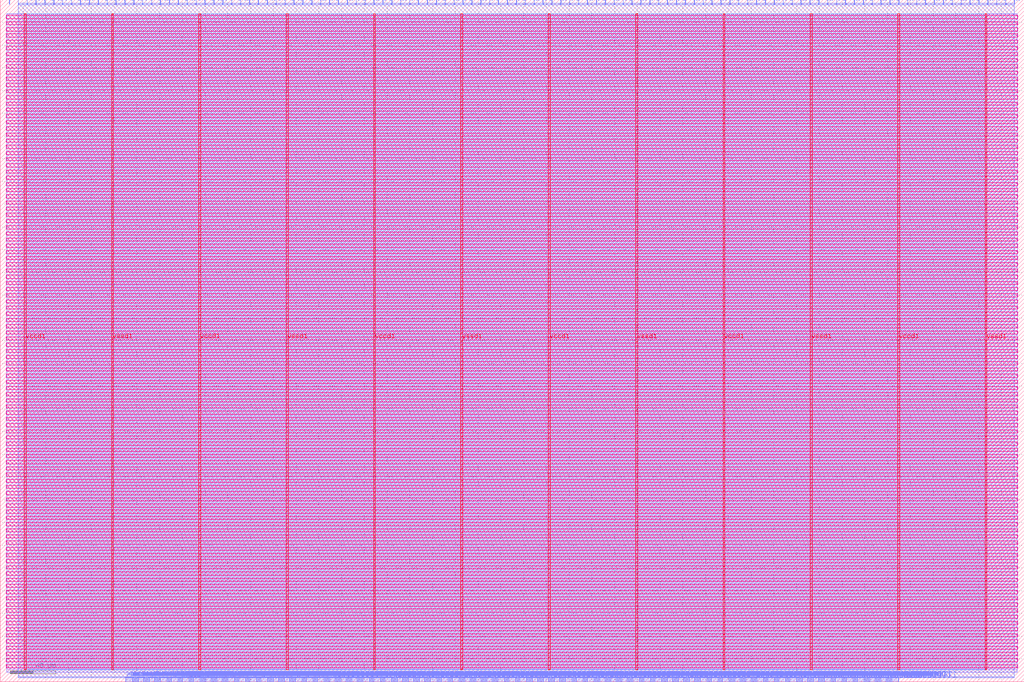
<source format=lef>
VERSION 5.7 ;
  NOWIREEXTENSIONATPIN ON ;
  DIVIDERCHAR "/" ;
  BUSBITCHARS "[]" ;
MACRO counter_option1
  CLASS BLOCK ;
  FOREIGN counter_option1 ;
  ORIGIN 0.000 0.000 ;
  SIZE 900.000 BY 600.000 ;
  PIN io_in[0]
    DIRECTION INPUT ;
    USE SIGNAL ;
    PORT
      LAYER met2 ;
        RECT 7.910 596.000 8.190 600.000 ;
    END
  END io_in[0]
  PIN io_in[10]
    DIRECTION INPUT ;
    USE SIGNAL ;
    PORT
      LAYER met2 ;
        RECT 242.510 596.000 242.790 600.000 ;
    END
  END io_in[10]
  PIN io_in[11]
    DIRECTION INPUT ;
    USE SIGNAL ;
    PORT
      LAYER met2 ;
        RECT 265.970 596.000 266.250 600.000 ;
    END
  END io_in[11]
  PIN io_in[12]
    DIRECTION INPUT ;
    USE SIGNAL ;
    PORT
      LAYER met2 ;
        RECT 289.430 596.000 289.710 600.000 ;
    END
  END io_in[12]
  PIN io_in[13]
    DIRECTION INPUT ;
    USE SIGNAL ;
    PORT
      LAYER met2 ;
        RECT 312.890 596.000 313.170 600.000 ;
    END
  END io_in[13]
  PIN io_in[14]
    DIRECTION INPUT ;
    USE SIGNAL ;
    PORT
      LAYER met2 ;
        RECT 336.350 596.000 336.630 600.000 ;
    END
  END io_in[14]
  PIN io_in[15]
    DIRECTION INPUT ;
    USE SIGNAL ;
    PORT
      LAYER met2 ;
        RECT 359.810 596.000 360.090 600.000 ;
    END
  END io_in[15]
  PIN io_in[16]
    DIRECTION INPUT ;
    USE SIGNAL ;
    PORT
      LAYER met2 ;
        RECT 383.270 596.000 383.550 600.000 ;
    END
  END io_in[16]
  PIN io_in[17]
    DIRECTION INPUT ;
    USE SIGNAL ;
    PORT
      LAYER met2 ;
        RECT 406.730 596.000 407.010 600.000 ;
    END
  END io_in[17]
  PIN io_in[18]
    DIRECTION INPUT ;
    USE SIGNAL ;
    PORT
      LAYER met2 ;
        RECT 430.190 596.000 430.470 600.000 ;
    END
  END io_in[18]
  PIN io_in[19]
    DIRECTION INPUT ;
    USE SIGNAL ;
    PORT
      LAYER met2 ;
        RECT 453.650 596.000 453.930 600.000 ;
    END
  END io_in[19]
  PIN io_in[1]
    DIRECTION INPUT ;
    USE SIGNAL ;
    PORT
      LAYER met2 ;
        RECT 31.370 596.000 31.650 600.000 ;
    END
  END io_in[1]
  PIN io_in[20]
    DIRECTION INPUT ;
    USE SIGNAL ;
    PORT
      LAYER met2 ;
        RECT 477.110 596.000 477.390 600.000 ;
    END
  END io_in[20]
  PIN io_in[21]
    DIRECTION INPUT ;
    USE SIGNAL ;
    PORT
      LAYER met2 ;
        RECT 500.570 596.000 500.850 600.000 ;
    END
  END io_in[21]
  PIN io_in[22]
    DIRECTION INPUT ;
    USE SIGNAL ;
    PORT
      LAYER met2 ;
        RECT 524.030 596.000 524.310 600.000 ;
    END
  END io_in[22]
  PIN io_in[23]
    DIRECTION INPUT ;
    USE SIGNAL ;
    PORT
      LAYER met2 ;
        RECT 547.490 596.000 547.770 600.000 ;
    END
  END io_in[23]
  PIN io_in[24]
    DIRECTION INPUT ;
    USE SIGNAL ;
    PORT
      LAYER met2 ;
        RECT 570.950 596.000 571.230 600.000 ;
    END
  END io_in[24]
  PIN io_in[25]
    DIRECTION INPUT ;
    USE SIGNAL ;
    PORT
      LAYER met2 ;
        RECT 594.410 596.000 594.690 600.000 ;
    END
  END io_in[25]
  PIN io_in[26]
    DIRECTION INPUT ;
    USE SIGNAL ;
    PORT
      LAYER met2 ;
        RECT 617.870 596.000 618.150 600.000 ;
    END
  END io_in[26]
  PIN io_in[27]
    DIRECTION INPUT ;
    USE SIGNAL ;
    PORT
      LAYER met2 ;
        RECT 641.330 596.000 641.610 600.000 ;
    END
  END io_in[27]
  PIN io_in[28]
    DIRECTION INPUT ;
    USE SIGNAL ;
    PORT
      LAYER met2 ;
        RECT 664.790 596.000 665.070 600.000 ;
    END
  END io_in[28]
  PIN io_in[29]
    DIRECTION INPUT ;
    USE SIGNAL ;
    PORT
      LAYER met2 ;
        RECT 688.250 596.000 688.530 600.000 ;
    END
  END io_in[29]
  PIN io_in[2]
    DIRECTION INPUT ;
    USE SIGNAL ;
    PORT
      LAYER met2 ;
        RECT 54.830 596.000 55.110 600.000 ;
    END
  END io_in[2]
  PIN io_in[30]
    DIRECTION INPUT ;
    USE SIGNAL ;
    PORT
      LAYER met2 ;
        RECT 711.710 596.000 711.990 600.000 ;
    END
  END io_in[30]
  PIN io_in[31]
    DIRECTION INPUT ;
    USE SIGNAL ;
    PORT
      LAYER met2 ;
        RECT 735.170 596.000 735.450 600.000 ;
    END
  END io_in[31]
  PIN io_in[32]
    DIRECTION INPUT ;
    USE SIGNAL ;
    PORT
      LAYER met2 ;
        RECT 758.630 596.000 758.910 600.000 ;
    END
  END io_in[32]
  PIN io_in[33]
    DIRECTION INPUT ;
    USE SIGNAL ;
    PORT
      LAYER met2 ;
        RECT 782.090 596.000 782.370 600.000 ;
    END
  END io_in[33]
  PIN io_in[34]
    DIRECTION INPUT ;
    USE SIGNAL ;
    PORT
      LAYER met2 ;
        RECT 805.550 596.000 805.830 600.000 ;
    END
  END io_in[34]
  PIN io_in[35]
    DIRECTION INPUT ;
    USE SIGNAL ;
    PORT
      LAYER met2 ;
        RECT 829.010 596.000 829.290 600.000 ;
    END
  END io_in[35]
  PIN io_in[36]
    DIRECTION INPUT ;
    USE SIGNAL ;
    PORT
      LAYER met2 ;
        RECT 852.470 596.000 852.750 600.000 ;
    END
  END io_in[36]
  PIN io_in[37]
    DIRECTION INPUT ;
    USE SIGNAL ;
    PORT
      LAYER met2 ;
        RECT 875.930 596.000 876.210 600.000 ;
    END
  END io_in[37]
  PIN io_in[3]
    DIRECTION INPUT ;
    USE SIGNAL ;
    PORT
      LAYER met2 ;
        RECT 78.290 596.000 78.570 600.000 ;
    END
  END io_in[3]
  PIN io_in[4]
    DIRECTION INPUT ;
    USE SIGNAL ;
    PORT
      LAYER met2 ;
        RECT 101.750 596.000 102.030 600.000 ;
    END
  END io_in[4]
  PIN io_in[5]
    DIRECTION INPUT ;
    USE SIGNAL ;
    PORT
      LAYER met2 ;
        RECT 125.210 596.000 125.490 600.000 ;
    END
  END io_in[5]
  PIN io_in[6]
    DIRECTION INPUT ;
    USE SIGNAL ;
    PORT
      LAYER met2 ;
        RECT 148.670 596.000 148.950 600.000 ;
    END
  END io_in[6]
  PIN io_in[7]
    DIRECTION INPUT ;
    USE SIGNAL ;
    PORT
      LAYER met2 ;
        RECT 172.130 596.000 172.410 600.000 ;
    END
  END io_in[7]
  PIN io_in[8]
    DIRECTION INPUT ;
    USE SIGNAL ;
    PORT
      LAYER met2 ;
        RECT 195.590 596.000 195.870 600.000 ;
    END
  END io_in[8]
  PIN io_in[9]
    DIRECTION INPUT ;
    USE SIGNAL ;
    PORT
      LAYER met2 ;
        RECT 219.050 596.000 219.330 600.000 ;
    END
  END io_in[9]
  PIN io_oeb[0]
    DIRECTION OUTPUT TRISTATE ;
    USE SIGNAL ;
    PORT
      LAYER met2 ;
        RECT 15.730 596.000 16.010 600.000 ;
    END
  END io_oeb[0]
  PIN io_oeb[10]
    DIRECTION OUTPUT TRISTATE ;
    USE SIGNAL ;
    PORT
      LAYER met2 ;
        RECT 250.330 596.000 250.610 600.000 ;
    END
  END io_oeb[10]
  PIN io_oeb[11]
    DIRECTION OUTPUT TRISTATE ;
    USE SIGNAL ;
    PORT
      LAYER met2 ;
        RECT 273.790 596.000 274.070 600.000 ;
    END
  END io_oeb[11]
  PIN io_oeb[12]
    DIRECTION OUTPUT TRISTATE ;
    USE SIGNAL ;
    PORT
      LAYER met2 ;
        RECT 297.250 596.000 297.530 600.000 ;
    END
  END io_oeb[12]
  PIN io_oeb[13]
    DIRECTION OUTPUT TRISTATE ;
    USE SIGNAL ;
    PORT
      LAYER met2 ;
        RECT 320.710 596.000 320.990 600.000 ;
    END
  END io_oeb[13]
  PIN io_oeb[14]
    DIRECTION OUTPUT TRISTATE ;
    USE SIGNAL ;
    PORT
      LAYER met2 ;
        RECT 344.170 596.000 344.450 600.000 ;
    END
  END io_oeb[14]
  PIN io_oeb[15]
    DIRECTION OUTPUT TRISTATE ;
    USE SIGNAL ;
    PORT
      LAYER met2 ;
        RECT 367.630 596.000 367.910 600.000 ;
    END
  END io_oeb[15]
  PIN io_oeb[16]
    DIRECTION OUTPUT TRISTATE ;
    USE SIGNAL ;
    PORT
      LAYER met2 ;
        RECT 391.090 596.000 391.370 600.000 ;
    END
  END io_oeb[16]
  PIN io_oeb[17]
    DIRECTION OUTPUT TRISTATE ;
    USE SIGNAL ;
    PORT
      LAYER met2 ;
        RECT 414.550 596.000 414.830 600.000 ;
    END
  END io_oeb[17]
  PIN io_oeb[18]
    DIRECTION OUTPUT TRISTATE ;
    USE SIGNAL ;
    PORT
      LAYER met2 ;
        RECT 438.010 596.000 438.290 600.000 ;
    END
  END io_oeb[18]
  PIN io_oeb[19]
    DIRECTION OUTPUT TRISTATE ;
    USE SIGNAL ;
    PORT
      LAYER met2 ;
        RECT 461.470 596.000 461.750 600.000 ;
    END
  END io_oeb[19]
  PIN io_oeb[1]
    DIRECTION OUTPUT TRISTATE ;
    USE SIGNAL ;
    PORT
      LAYER met2 ;
        RECT 39.190 596.000 39.470 600.000 ;
    END
  END io_oeb[1]
  PIN io_oeb[20]
    DIRECTION OUTPUT TRISTATE ;
    USE SIGNAL ;
    PORT
      LAYER met2 ;
        RECT 484.930 596.000 485.210 600.000 ;
    END
  END io_oeb[20]
  PIN io_oeb[21]
    DIRECTION OUTPUT TRISTATE ;
    USE SIGNAL ;
    PORT
      LAYER met2 ;
        RECT 508.390 596.000 508.670 600.000 ;
    END
  END io_oeb[21]
  PIN io_oeb[22]
    DIRECTION OUTPUT TRISTATE ;
    USE SIGNAL ;
    PORT
      LAYER met2 ;
        RECT 531.850 596.000 532.130 600.000 ;
    END
  END io_oeb[22]
  PIN io_oeb[23]
    DIRECTION OUTPUT TRISTATE ;
    USE SIGNAL ;
    PORT
      LAYER met2 ;
        RECT 555.310 596.000 555.590 600.000 ;
    END
  END io_oeb[23]
  PIN io_oeb[24]
    DIRECTION OUTPUT TRISTATE ;
    USE SIGNAL ;
    PORT
      LAYER met2 ;
        RECT 578.770 596.000 579.050 600.000 ;
    END
  END io_oeb[24]
  PIN io_oeb[25]
    DIRECTION OUTPUT TRISTATE ;
    USE SIGNAL ;
    PORT
      LAYER met2 ;
        RECT 602.230 596.000 602.510 600.000 ;
    END
  END io_oeb[25]
  PIN io_oeb[26]
    DIRECTION OUTPUT TRISTATE ;
    USE SIGNAL ;
    PORT
      LAYER met2 ;
        RECT 625.690 596.000 625.970 600.000 ;
    END
  END io_oeb[26]
  PIN io_oeb[27]
    DIRECTION OUTPUT TRISTATE ;
    USE SIGNAL ;
    PORT
      LAYER met2 ;
        RECT 649.150 596.000 649.430 600.000 ;
    END
  END io_oeb[27]
  PIN io_oeb[28]
    DIRECTION OUTPUT TRISTATE ;
    USE SIGNAL ;
    PORT
      LAYER met2 ;
        RECT 672.610 596.000 672.890 600.000 ;
    END
  END io_oeb[28]
  PIN io_oeb[29]
    DIRECTION OUTPUT TRISTATE ;
    USE SIGNAL ;
    PORT
      LAYER met2 ;
        RECT 696.070 596.000 696.350 600.000 ;
    END
  END io_oeb[29]
  PIN io_oeb[2]
    DIRECTION OUTPUT TRISTATE ;
    USE SIGNAL ;
    PORT
      LAYER met2 ;
        RECT 62.650 596.000 62.930 600.000 ;
    END
  END io_oeb[2]
  PIN io_oeb[30]
    DIRECTION OUTPUT TRISTATE ;
    USE SIGNAL ;
    PORT
      LAYER met2 ;
        RECT 719.530 596.000 719.810 600.000 ;
    END
  END io_oeb[30]
  PIN io_oeb[31]
    DIRECTION OUTPUT TRISTATE ;
    USE SIGNAL ;
    PORT
      LAYER met2 ;
        RECT 742.990 596.000 743.270 600.000 ;
    END
  END io_oeb[31]
  PIN io_oeb[32]
    DIRECTION OUTPUT TRISTATE ;
    USE SIGNAL ;
    PORT
      LAYER met2 ;
        RECT 766.450 596.000 766.730 600.000 ;
    END
  END io_oeb[32]
  PIN io_oeb[33]
    DIRECTION OUTPUT TRISTATE ;
    USE SIGNAL ;
    PORT
      LAYER met2 ;
        RECT 789.910 596.000 790.190 600.000 ;
    END
  END io_oeb[33]
  PIN io_oeb[34]
    DIRECTION OUTPUT TRISTATE ;
    USE SIGNAL ;
    PORT
      LAYER met2 ;
        RECT 813.370 596.000 813.650 600.000 ;
    END
  END io_oeb[34]
  PIN io_oeb[35]
    DIRECTION OUTPUT TRISTATE ;
    USE SIGNAL ;
    PORT
      LAYER met2 ;
        RECT 836.830 596.000 837.110 600.000 ;
    END
  END io_oeb[35]
  PIN io_oeb[36]
    DIRECTION OUTPUT TRISTATE ;
    USE SIGNAL ;
    PORT
      LAYER met2 ;
        RECT 860.290 596.000 860.570 600.000 ;
    END
  END io_oeb[36]
  PIN io_oeb[37]
    DIRECTION OUTPUT TRISTATE ;
    USE SIGNAL ;
    PORT
      LAYER met2 ;
        RECT 883.750 596.000 884.030 600.000 ;
    END
  END io_oeb[37]
  PIN io_oeb[3]
    DIRECTION OUTPUT TRISTATE ;
    USE SIGNAL ;
    PORT
      LAYER met2 ;
        RECT 86.110 596.000 86.390 600.000 ;
    END
  END io_oeb[3]
  PIN io_oeb[4]
    DIRECTION OUTPUT TRISTATE ;
    USE SIGNAL ;
    PORT
      LAYER met2 ;
        RECT 109.570 596.000 109.850 600.000 ;
    END
  END io_oeb[4]
  PIN io_oeb[5]
    DIRECTION OUTPUT TRISTATE ;
    USE SIGNAL ;
    PORT
      LAYER met2 ;
        RECT 133.030 596.000 133.310 600.000 ;
    END
  END io_oeb[5]
  PIN io_oeb[6]
    DIRECTION OUTPUT TRISTATE ;
    USE SIGNAL ;
    PORT
      LAYER met2 ;
        RECT 156.490 596.000 156.770 600.000 ;
    END
  END io_oeb[6]
  PIN io_oeb[7]
    DIRECTION OUTPUT TRISTATE ;
    USE SIGNAL ;
    PORT
      LAYER met2 ;
        RECT 179.950 596.000 180.230 600.000 ;
    END
  END io_oeb[7]
  PIN io_oeb[8]
    DIRECTION OUTPUT TRISTATE ;
    USE SIGNAL ;
    PORT
      LAYER met2 ;
        RECT 203.410 596.000 203.690 600.000 ;
    END
  END io_oeb[8]
  PIN io_oeb[9]
    DIRECTION OUTPUT TRISTATE ;
    USE SIGNAL ;
    PORT
      LAYER met2 ;
        RECT 226.870 596.000 227.150 600.000 ;
    END
  END io_oeb[9]
  PIN io_out[0]
    DIRECTION OUTPUT TRISTATE ;
    USE SIGNAL ;
    PORT
      LAYER met2 ;
        RECT 23.550 596.000 23.830 600.000 ;
    END
  END io_out[0]
  PIN io_out[10]
    DIRECTION OUTPUT TRISTATE ;
    USE SIGNAL ;
    PORT
      LAYER met2 ;
        RECT 258.150 596.000 258.430 600.000 ;
    END
  END io_out[10]
  PIN io_out[11]
    DIRECTION OUTPUT TRISTATE ;
    USE SIGNAL ;
    PORT
      LAYER met2 ;
        RECT 281.610 596.000 281.890 600.000 ;
    END
  END io_out[11]
  PIN io_out[12]
    DIRECTION OUTPUT TRISTATE ;
    USE SIGNAL ;
    PORT
      LAYER met2 ;
        RECT 305.070 596.000 305.350 600.000 ;
    END
  END io_out[12]
  PIN io_out[13]
    DIRECTION OUTPUT TRISTATE ;
    USE SIGNAL ;
    PORT
      LAYER met2 ;
        RECT 328.530 596.000 328.810 600.000 ;
    END
  END io_out[13]
  PIN io_out[14]
    DIRECTION OUTPUT TRISTATE ;
    USE SIGNAL ;
    PORT
      LAYER met2 ;
        RECT 351.990 596.000 352.270 600.000 ;
    END
  END io_out[14]
  PIN io_out[15]
    DIRECTION OUTPUT TRISTATE ;
    USE SIGNAL ;
    PORT
      LAYER met2 ;
        RECT 375.450 596.000 375.730 600.000 ;
    END
  END io_out[15]
  PIN io_out[16]
    DIRECTION OUTPUT TRISTATE ;
    USE SIGNAL ;
    PORT
      LAYER met2 ;
        RECT 398.910 596.000 399.190 600.000 ;
    END
  END io_out[16]
  PIN io_out[17]
    DIRECTION OUTPUT TRISTATE ;
    USE SIGNAL ;
    PORT
      LAYER met2 ;
        RECT 422.370 596.000 422.650 600.000 ;
    END
  END io_out[17]
  PIN io_out[18]
    DIRECTION OUTPUT TRISTATE ;
    USE SIGNAL ;
    PORT
      LAYER met2 ;
        RECT 445.830 596.000 446.110 600.000 ;
    END
  END io_out[18]
  PIN io_out[19]
    DIRECTION OUTPUT TRISTATE ;
    USE SIGNAL ;
    PORT
      LAYER met2 ;
        RECT 469.290 596.000 469.570 600.000 ;
    END
  END io_out[19]
  PIN io_out[1]
    DIRECTION OUTPUT TRISTATE ;
    USE SIGNAL ;
    PORT
      LAYER met2 ;
        RECT 47.010 596.000 47.290 600.000 ;
    END
  END io_out[1]
  PIN io_out[20]
    DIRECTION OUTPUT TRISTATE ;
    USE SIGNAL ;
    PORT
      LAYER met2 ;
        RECT 492.750 596.000 493.030 600.000 ;
    END
  END io_out[20]
  PIN io_out[21]
    DIRECTION OUTPUT TRISTATE ;
    USE SIGNAL ;
    PORT
      LAYER met2 ;
        RECT 516.210 596.000 516.490 600.000 ;
    END
  END io_out[21]
  PIN io_out[22]
    DIRECTION OUTPUT TRISTATE ;
    USE SIGNAL ;
    PORT
      LAYER met2 ;
        RECT 539.670 596.000 539.950 600.000 ;
    END
  END io_out[22]
  PIN io_out[23]
    DIRECTION OUTPUT TRISTATE ;
    USE SIGNAL ;
    PORT
      LAYER met2 ;
        RECT 563.130 596.000 563.410 600.000 ;
    END
  END io_out[23]
  PIN io_out[24]
    DIRECTION OUTPUT TRISTATE ;
    USE SIGNAL ;
    PORT
      LAYER met2 ;
        RECT 586.590 596.000 586.870 600.000 ;
    END
  END io_out[24]
  PIN io_out[25]
    DIRECTION OUTPUT TRISTATE ;
    USE SIGNAL ;
    PORT
      LAYER met2 ;
        RECT 610.050 596.000 610.330 600.000 ;
    END
  END io_out[25]
  PIN io_out[26]
    DIRECTION OUTPUT TRISTATE ;
    USE SIGNAL ;
    PORT
      LAYER met2 ;
        RECT 633.510 596.000 633.790 600.000 ;
    END
  END io_out[26]
  PIN io_out[27]
    DIRECTION OUTPUT TRISTATE ;
    USE SIGNAL ;
    PORT
      LAYER met2 ;
        RECT 656.970 596.000 657.250 600.000 ;
    END
  END io_out[27]
  PIN io_out[28]
    DIRECTION OUTPUT TRISTATE ;
    USE SIGNAL ;
    PORT
      LAYER met2 ;
        RECT 680.430 596.000 680.710 600.000 ;
    END
  END io_out[28]
  PIN io_out[29]
    DIRECTION OUTPUT TRISTATE ;
    USE SIGNAL ;
    PORT
      LAYER met2 ;
        RECT 703.890 596.000 704.170 600.000 ;
    END
  END io_out[29]
  PIN io_out[2]
    DIRECTION OUTPUT TRISTATE ;
    USE SIGNAL ;
    PORT
      LAYER met2 ;
        RECT 70.470 596.000 70.750 600.000 ;
    END
  END io_out[2]
  PIN io_out[30]
    DIRECTION OUTPUT TRISTATE ;
    USE SIGNAL ;
    PORT
      LAYER met2 ;
        RECT 727.350 596.000 727.630 600.000 ;
    END
  END io_out[30]
  PIN io_out[31]
    DIRECTION OUTPUT TRISTATE ;
    USE SIGNAL ;
    PORT
      LAYER met2 ;
        RECT 750.810 596.000 751.090 600.000 ;
    END
  END io_out[31]
  PIN io_out[32]
    DIRECTION OUTPUT TRISTATE ;
    USE SIGNAL ;
    PORT
      LAYER met2 ;
        RECT 774.270 596.000 774.550 600.000 ;
    END
  END io_out[32]
  PIN io_out[33]
    DIRECTION OUTPUT TRISTATE ;
    USE SIGNAL ;
    PORT
      LAYER met2 ;
        RECT 797.730 596.000 798.010 600.000 ;
    END
  END io_out[33]
  PIN io_out[34]
    DIRECTION OUTPUT TRISTATE ;
    USE SIGNAL ;
    PORT
      LAYER met2 ;
        RECT 821.190 596.000 821.470 600.000 ;
    END
  END io_out[34]
  PIN io_out[35]
    DIRECTION OUTPUT TRISTATE ;
    USE SIGNAL ;
    PORT
      LAYER met2 ;
        RECT 844.650 596.000 844.930 600.000 ;
    END
  END io_out[35]
  PIN io_out[36]
    DIRECTION OUTPUT TRISTATE ;
    USE SIGNAL ;
    PORT
      LAYER met2 ;
        RECT 868.110 596.000 868.390 600.000 ;
    END
  END io_out[36]
  PIN io_out[37]
    DIRECTION OUTPUT TRISTATE ;
    USE SIGNAL ;
    PORT
      LAYER met2 ;
        RECT 891.570 596.000 891.850 600.000 ;
    END
  END io_out[37]
  PIN io_out[3]
    DIRECTION OUTPUT TRISTATE ;
    USE SIGNAL ;
    PORT
      LAYER met2 ;
        RECT 93.930 596.000 94.210 600.000 ;
    END
  END io_out[3]
  PIN io_out[4]
    DIRECTION OUTPUT TRISTATE ;
    USE SIGNAL ;
    PORT
      LAYER met2 ;
        RECT 117.390 596.000 117.670 600.000 ;
    END
  END io_out[4]
  PIN io_out[5]
    DIRECTION OUTPUT TRISTATE ;
    USE SIGNAL ;
    PORT
      LAYER met2 ;
        RECT 140.850 596.000 141.130 600.000 ;
    END
  END io_out[5]
  PIN io_out[6]
    DIRECTION OUTPUT TRISTATE ;
    USE SIGNAL ;
    PORT
      LAYER met2 ;
        RECT 164.310 596.000 164.590 600.000 ;
    END
  END io_out[6]
  PIN io_out[7]
    DIRECTION OUTPUT TRISTATE ;
    USE SIGNAL ;
    PORT
      LAYER met2 ;
        RECT 187.770 596.000 188.050 600.000 ;
    END
  END io_out[7]
  PIN io_out[8]
    DIRECTION OUTPUT TRISTATE ;
    USE SIGNAL ;
    PORT
      LAYER met2 ;
        RECT 211.230 596.000 211.510 600.000 ;
    END
  END io_out[8]
  PIN io_out[9]
    DIRECTION OUTPUT TRISTATE ;
    USE SIGNAL ;
    PORT
      LAYER met2 ;
        RECT 234.690 596.000 234.970 600.000 ;
    END
  END io_out[9]
  PIN irq[0]
    DIRECTION OUTPUT TRISTATE ;
    USE SIGNAL ;
    PORT
      LAYER met2 ;
        RECT 786.690 0.000 786.970 4.000 ;
    END
  END irq[0]
  PIN irq[1]
    DIRECTION OUTPUT TRISTATE ;
    USE SIGNAL ;
    PORT
      LAYER met2 ;
        RECT 788.070 0.000 788.350 4.000 ;
    END
  END irq[1]
  PIN irq[2]
    DIRECTION OUTPUT TRISTATE ;
    USE SIGNAL ;
    PORT
      LAYER met2 ;
        RECT 789.450 0.000 789.730 4.000 ;
    END
  END irq[2]
  PIN la_data_in[0]
    DIRECTION INPUT ;
    USE SIGNAL ;
    PORT
      LAYER met2 ;
        RECT 256.770 0.000 257.050 4.000 ;
    END
  END la_data_in[0]
  PIN la_data_in[100]
    DIRECTION INPUT ;
    USE SIGNAL ;
    PORT
      LAYER met2 ;
        RECT 670.770 0.000 671.050 4.000 ;
    END
  END la_data_in[100]
  PIN la_data_in[101]
    DIRECTION INPUT ;
    USE SIGNAL ;
    PORT
      LAYER met2 ;
        RECT 674.910 0.000 675.190 4.000 ;
    END
  END la_data_in[101]
  PIN la_data_in[102]
    DIRECTION INPUT ;
    USE SIGNAL ;
    PORT
      LAYER met2 ;
        RECT 679.050 0.000 679.330 4.000 ;
    END
  END la_data_in[102]
  PIN la_data_in[103]
    DIRECTION INPUT ;
    USE SIGNAL ;
    PORT
      LAYER met2 ;
        RECT 683.190 0.000 683.470 4.000 ;
    END
  END la_data_in[103]
  PIN la_data_in[104]
    DIRECTION INPUT ;
    USE SIGNAL ;
    PORT
      LAYER met2 ;
        RECT 687.330 0.000 687.610 4.000 ;
    END
  END la_data_in[104]
  PIN la_data_in[105]
    DIRECTION INPUT ;
    USE SIGNAL ;
    PORT
      LAYER met2 ;
        RECT 691.470 0.000 691.750 4.000 ;
    END
  END la_data_in[105]
  PIN la_data_in[106]
    DIRECTION INPUT ;
    USE SIGNAL ;
    PORT
      LAYER met2 ;
        RECT 695.610 0.000 695.890 4.000 ;
    END
  END la_data_in[106]
  PIN la_data_in[107]
    DIRECTION INPUT ;
    USE SIGNAL ;
    PORT
      LAYER met2 ;
        RECT 699.750 0.000 700.030 4.000 ;
    END
  END la_data_in[107]
  PIN la_data_in[108]
    DIRECTION INPUT ;
    USE SIGNAL ;
    PORT
      LAYER met2 ;
        RECT 703.890 0.000 704.170 4.000 ;
    END
  END la_data_in[108]
  PIN la_data_in[109]
    DIRECTION INPUT ;
    USE SIGNAL ;
    PORT
      LAYER met2 ;
        RECT 708.030 0.000 708.310 4.000 ;
    END
  END la_data_in[109]
  PIN la_data_in[10]
    DIRECTION INPUT ;
    USE SIGNAL ;
    PORT
      LAYER met2 ;
        RECT 298.170 0.000 298.450 4.000 ;
    END
  END la_data_in[10]
  PIN la_data_in[110]
    DIRECTION INPUT ;
    USE SIGNAL ;
    PORT
      LAYER met2 ;
        RECT 712.170 0.000 712.450 4.000 ;
    END
  END la_data_in[110]
  PIN la_data_in[111]
    DIRECTION INPUT ;
    USE SIGNAL ;
    PORT
      LAYER met2 ;
        RECT 716.310 0.000 716.590 4.000 ;
    END
  END la_data_in[111]
  PIN la_data_in[112]
    DIRECTION INPUT ;
    USE SIGNAL ;
    PORT
      LAYER met2 ;
        RECT 720.450 0.000 720.730 4.000 ;
    END
  END la_data_in[112]
  PIN la_data_in[113]
    DIRECTION INPUT ;
    USE SIGNAL ;
    PORT
      LAYER met2 ;
        RECT 724.590 0.000 724.870 4.000 ;
    END
  END la_data_in[113]
  PIN la_data_in[114]
    DIRECTION INPUT ;
    USE SIGNAL ;
    PORT
      LAYER met2 ;
        RECT 728.730 0.000 729.010 4.000 ;
    END
  END la_data_in[114]
  PIN la_data_in[115]
    DIRECTION INPUT ;
    USE SIGNAL ;
    PORT
      LAYER met2 ;
        RECT 732.870 0.000 733.150 4.000 ;
    END
  END la_data_in[115]
  PIN la_data_in[116]
    DIRECTION INPUT ;
    USE SIGNAL ;
    PORT
      LAYER met2 ;
        RECT 737.010 0.000 737.290 4.000 ;
    END
  END la_data_in[116]
  PIN la_data_in[117]
    DIRECTION INPUT ;
    USE SIGNAL ;
    PORT
      LAYER met2 ;
        RECT 741.150 0.000 741.430 4.000 ;
    END
  END la_data_in[117]
  PIN la_data_in[118]
    DIRECTION INPUT ;
    USE SIGNAL ;
    PORT
      LAYER met2 ;
        RECT 745.290 0.000 745.570 4.000 ;
    END
  END la_data_in[118]
  PIN la_data_in[119]
    DIRECTION INPUT ;
    USE SIGNAL ;
    PORT
      LAYER met2 ;
        RECT 749.430 0.000 749.710 4.000 ;
    END
  END la_data_in[119]
  PIN la_data_in[11]
    DIRECTION INPUT ;
    USE SIGNAL ;
    PORT
      LAYER met2 ;
        RECT 302.310 0.000 302.590 4.000 ;
    END
  END la_data_in[11]
  PIN la_data_in[120]
    DIRECTION INPUT ;
    USE SIGNAL ;
    PORT
      LAYER met2 ;
        RECT 753.570 0.000 753.850 4.000 ;
    END
  END la_data_in[120]
  PIN la_data_in[121]
    DIRECTION INPUT ;
    USE SIGNAL ;
    PORT
      LAYER met2 ;
        RECT 757.710 0.000 757.990 4.000 ;
    END
  END la_data_in[121]
  PIN la_data_in[122]
    DIRECTION INPUT ;
    USE SIGNAL ;
    PORT
      LAYER met2 ;
        RECT 761.850 0.000 762.130 4.000 ;
    END
  END la_data_in[122]
  PIN la_data_in[123]
    DIRECTION INPUT ;
    USE SIGNAL ;
    PORT
      LAYER met2 ;
        RECT 765.990 0.000 766.270 4.000 ;
    END
  END la_data_in[123]
  PIN la_data_in[124]
    DIRECTION INPUT ;
    USE SIGNAL ;
    PORT
      LAYER met2 ;
        RECT 770.130 0.000 770.410 4.000 ;
    END
  END la_data_in[124]
  PIN la_data_in[125]
    DIRECTION INPUT ;
    USE SIGNAL ;
    PORT
      LAYER met2 ;
        RECT 774.270 0.000 774.550 4.000 ;
    END
  END la_data_in[125]
  PIN la_data_in[126]
    DIRECTION INPUT ;
    USE SIGNAL ;
    PORT
      LAYER met2 ;
        RECT 778.410 0.000 778.690 4.000 ;
    END
  END la_data_in[126]
  PIN la_data_in[127]
    DIRECTION INPUT ;
    USE SIGNAL ;
    PORT
      LAYER met2 ;
        RECT 782.550 0.000 782.830 4.000 ;
    END
  END la_data_in[127]
  PIN la_data_in[12]
    DIRECTION INPUT ;
    USE SIGNAL ;
    PORT
      LAYER met2 ;
        RECT 306.450 0.000 306.730 4.000 ;
    END
  END la_data_in[12]
  PIN la_data_in[13]
    DIRECTION INPUT ;
    USE SIGNAL ;
    PORT
      LAYER met2 ;
        RECT 310.590 0.000 310.870 4.000 ;
    END
  END la_data_in[13]
  PIN la_data_in[14]
    DIRECTION INPUT ;
    USE SIGNAL ;
    PORT
      LAYER met2 ;
        RECT 314.730 0.000 315.010 4.000 ;
    END
  END la_data_in[14]
  PIN la_data_in[15]
    DIRECTION INPUT ;
    USE SIGNAL ;
    PORT
      LAYER met2 ;
        RECT 318.870 0.000 319.150 4.000 ;
    END
  END la_data_in[15]
  PIN la_data_in[16]
    DIRECTION INPUT ;
    USE SIGNAL ;
    PORT
      LAYER met2 ;
        RECT 323.010 0.000 323.290 4.000 ;
    END
  END la_data_in[16]
  PIN la_data_in[17]
    DIRECTION INPUT ;
    USE SIGNAL ;
    PORT
      LAYER met2 ;
        RECT 327.150 0.000 327.430 4.000 ;
    END
  END la_data_in[17]
  PIN la_data_in[18]
    DIRECTION INPUT ;
    USE SIGNAL ;
    PORT
      LAYER met2 ;
        RECT 331.290 0.000 331.570 4.000 ;
    END
  END la_data_in[18]
  PIN la_data_in[19]
    DIRECTION INPUT ;
    USE SIGNAL ;
    PORT
      LAYER met2 ;
        RECT 335.430 0.000 335.710 4.000 ;
    END
  END la_data_in[19]
  PIN la_data_in[1]
    DIRECTION INPUT ;
    USE SIGNAL ;
    PORT
      LAYER met2 ;
        RECT 260.910 0.000 261.190 4.000 ;
    END
  END la_data_in[1]
  PIN la_data_in[20]
    DIRECTION INPUT ;
    USE SIGNAL ;
    PORT
      LAYER met2 ;
        RECT 339.570 0.000 339.850 4.000 ;
    END
  END la_data_in[20]
  PIN la_data_in[21]
    DIRECTION INPUT ;
    USE SIGNAL ;
    PORT
      LAYER met2 ;
        RECT 343.710 0.000 343.990 4.000 ;
    END
  END la_data_in[21]
  PIN la_data_in[22]
    DIRECTION INPUT ;
    USE SIGNAL ;
    PORT
      LAYER met2 ;
        RECT 347.850 0.000 348.130 4.000 ;
    END
  END la_data_in[22]
  PIN la_data_in[23]
    DIRECTION INPUT ;
    USE SIGNAL ;
    PORT
      LAYER met2 ;
        RECT 351.990 0.000 352.270 4.000 ;
    END
  END la_data_in[23]
  PIN la_data_in[24]
    DIRECTION INPUT ;
    USE SIGNAL ;
    PORT
      LAYER met2 ;
        RECT 356.130 0.000 356.410 4.000 ;
    END
  END la_data_in[24]
  PIN la_data_in[25]
    DIRECTION INPUT ;
    USE SIGNAL ;
    PORT
      LAYER met2 ;
        RECT 360.270 0.000 360.550 4.000 ;
    END
  END la_data_in[25]
  PIN la_data_in[26]
    DIRECTION INPUT ;
    USE SIGNAL ;
    PORT
      LAYER met2 ;
        RECT 364.410 0.000 364.690 4.000 ;
    END
  END la_data_in[26]
  PIN la_data_in[27]
    DIRECTION INPUT ;
    USE SIGNAL ;
    PORT
      LAYER met2 ;
        RECT 368.550 0.000 368.830 4.000 ;
    END
  END la_data_in[27]
  PIN la_data_in[28]
    DIRECTION INPUT ;
    USE SIGNAL ;
    PORT
      LAYER met2 ;
        RECT 372.690 0.000 372.970 4.000 ;
    END
  END la_data_in[28]
  PIN la_data_in[29]
    DIRECTION INPUT ;
    USE SIGNAL ;
    PORT
      LAYER met2 ;
        RECT 376.830 0.000 377.110 4.000 ;
    END
  END la_data_in[29]
  PIN la_data_in[2]
    DIRECTION INPUT ;
    USE SIGNAL ;
    PORT
      LAYER met2 ;
        RECT 265.050 0.000 265.330 4.000 ;
    END
  END la_data_in[2]
  PIN la_data_in[30]
    DIRECTION INPUT ;
    USE SIGNAL ;
    PORT
      LAYER met2 ;
        RECT 380.970 0.000 381.250 4.000 ;
    END
  END la_data_in[30]
  PIN la_data_in[31]
    DIRECTION INPUT ;
    USE SIGNAL ;
    PORT
      LAYER met2 ;
        RECT 385.110 0.000 385.390 4.000 ;
    END
  END la_data_in[31]
  PIN la_data_in[32]
    DIRECTION INPUT ;
    USE SIGNAL ;
    PORT
      LAYER met2 ;
        RECT 389.250 0.000 389.530 4.000 ;
    END
  END la_data_in[32]
  PIN la_data_in[33]
    DIRECTION INPUT ;
    USE SIGNAL ;
    PORT
      LAYER met2 ;
        RECT 393.390 0.000 393.670 4.000 ;
    END
  END la_data_in[33]
  PIN la_data_in[34]
    DIRECTION INPUT ;
    USE SIGNAL ;
    PORT
      LAYER met2 ;
        RECT 397.530 0.000 397.810 4.000 ;
    END
  END la_data_in[34]
  PIN la_data_in[35]
    DIRECTION INPUT ;
    USE SIGNAL ;
    PORT
      LAYER met2 ;
        RECT 401.670 0.000 401.950 4.000 ;
    END
  END la_data_in[35]
  PIN la_data_in[36]
    DIRECTION INPUT ;
    USE SIGNAL ;
    PORT
      LAYER met2 ;
        RECT 405.810 0.000 406.090 4.000 ;
    END
  END la_data_in[36]
  PIN la_data_in[37]
    DIRECTION INPUT ;
    USE SIGNAL ;
    PORT
      LAYER met2 ;
        RECT 409.950 0.000 410.230 4.000 ;
    END
  END la_data_in[37]
  PIN la_data_in[38]
    DIRECTION INPUT ;
    USE SIGNAL ;
    PORT
      LAYER met2 ;
        RECT 414.090 0.000 414.370 4.000 ;
    END
  END la_data_in[38]
  PIN la_data_in[39]
    DIRECTION INPUT ;
    USE SIGNAL ;
    PORT
      LAYER met2 ;
        RECT 418.230 0.000 418.510 4.000 ;
    END
  END la_data_in[39]
  PIN la_data_in[3]
    DIRECTION INPUT ;
    USE SIGNAL ;
    PORT
      LAYER met2 ;
        RECT 269.190 0.000 269.470 4.000 ;
    END
  END la_data_in[3]
  PIN la_data_in[40]
    DIRECTION INPUT ;
    USE SIGNAL ;
    PORT
      LAYER met2 ;
        RECT 422.370 0.000 422.650 4.000 ;
    END
  END la_data_in[40]
  PIN la_data_in[41]
    DIRECTION INPUT ;
    USE SIGNAL ;
    PORT
      LAYER met2 ;
        RECT 426.510 0.000 426.790 4.000 ;
    END
  END la_data_in[41]
  PIN la_data_in[42]
    DIRECTION INPUT ;
    USE SIGNAL ;
    PORT
      LAYER met2 ;
        RECT 430.650 0.000 430.930 4.000 ;
    END
  END la_data_in[42]
  PIN la_data_in[43]
    DIRECTION INPUT ;
    USE SIGNAL ;
    PORT
      LAYER met2 ;
        RECT 434.790 0.000 435.070 4.000 ;
    END
  END la_data_in[43]
  PIN la_data_in[44]
    DIRECTION INPUT ;
    USE SIGNAL ;
    PORT
      LAYER met2 ;
        RECT 438.930 0.000 439.210 4.000 ;
    END
  END la_data_in[44]
  PIN la_data_in[45]
    DIRECTION INPUT ;
    USE SIGNAL ;
    PORT
      LAYER met2 ;
        RECT 443.070 0.000 443.350 4.000 ;
    END
  END la_data_in[45]
  PIN la_data_in[46]
    DIRECTION INPUT ;
    USE SIGNAL ;
    PORT
      LAYER met2 ;
        RECT 447.210 0.000 447.490 4.000 ;
    END
  END la_data_in[46]
  PIN la_data_in[47]
    DIRECTION INPUT ;
    USE SIGNAL ;
    PORT
      LAYER met2 ;
        RECT 451.350 0.000 451.630 4.000 ;
    END
  END la_data_in[47]
  PIN la_data_in[48]
    DIRECTION INPUT ;
    USE SIGNAL ;
    PORT
      LAYER met2 ;
        RECT 455.490 0.000 455.770 4.000 ;
    END
  END la_data_in[48]
  PIN la_data_in[49]
    DIRECTION INPUT ;
    USE SIGNAL ;
    PORT
      LAYER met2 ;
        RECT 459.630 0.000 459.910 4.000 ;
    END
  END la_data_in[49]
  PIN la_data_in[4]
    DIRECTION INPUT ;
    USE SIGNAL ;
    PORT
      LAYER met2 ;
        RECT 273.330 0.000 273.610 4.000 ;
    END
  END la_data_in[4]
  PIN la_data_in[50]
    DIRECTION INPUT ;
    USE SIGNAL ;
    PORT
      LAYER met2 ;
        RECT 463.770 0.000 464.050 4.000 ;
    END
  END la_data_in[50]
  PIN la_data_in[51]
    DIRECTION INPUT ;
    USE SIGNAL ;
    PORT
      LAYER met2 ;
        RECT 467.910 0.000 468.190 4.000 ;
    END
  END la_data_in[51]
  PIN la_data_in[52]
    DIRECTION INPUT ;
    USE SIGNAL ;
    PORT
      LAYER met2 ;
        RECT 472.050 0.000 472.330 4.000 ;
    END
  END la_data_in[52]
  PIN la_data_in[53]
    DIRECTION INPUT ;
    USE SIGNAL ;
    PORT
      LAYER met2 ;
        RECT 476.190 0.000 476.470 4.000 ;
    END
  END la_data_in[53]
  PIN la_data_in[54]
    DIRECTION INPUT ;
    USE SIGNAL ;
    PORT
      LAYER met2 ;
        RECT 480.330 0.000 480.610 4.000 ;
    END
  END la_data_in[54]
  PIN la_data_in[55]
    DIRECTION INPUT ;
    USE SIGNAL ;
    PORT
      LAYER met2 ;
        RECT 484.470 0.000 484.750 4.000 ;
    END
  END la_data_in[55]
  PIN la_data_in[56]
    DIRECTION INPUT ;
    USE SIGNAL ;
    PORT
      LAYER met2 ;
        RECT 488.610 0.000 488.890 4.000 ;
    END
  END la_data_in[56]
  PIN la_data_in[57]
    DIRECTION INPUT ;
    USE SIGNAL ;
    PORT
      LAYER met2 ;
        RECT 492.750 0.000 493.030 4.000 ;
    END
  END la_data_in[57]
  PIN la_data_in[58]
    DIRECTION INPUT ;
    USE SIGNAL ;
    PORT
      LAYER met2 ;
        RECT 496.890 0.000 497.170 4.000 ;
    END
  END la_data_in[58]
  PIN la_data_in[59]
    DIRECTION INPUT ;
    USE SIGNAL ;
    PORT
      LAYER met2 ;
        RECT 501.030 0.000 501.310 4.000 ;
    END
  END la_data_in[59]
  PIN la_data_in[5]
    DIRECTION INPUT ;
    USE SIGNAL ;
    PORT
      LAYER met2 ;
        RECT 277.470 0.000 277.750 4.000 ;
    END
  END la_data_in[5]
  PIN la_data_in[60]
    DIRECTION INPUT ;
    USE SIGNAL ;
    PORT
      LAYER met2 ;
        RECT 505.170 0.000 505.450 4.000 ;
    END
  END la_data_in[60]
  PIN la_data_in[61]
    DIRECTION INPUT ;
    USE SIGNAL ;
    PORT
      LAYER met2 ;
        RECT 509.310 0.000 509.590 4.000 ;
    END
  END la_data_in[61]
  PIN la_data_in[62]
    DIRECTION INPUT ;
    USE SIGNAL ;
    PORT
      LAYER met2 ;
        RECT 513.450 0.000 513.730 4.000 ;
    END
  END la_data_in[62]
  PIN la_data_in[63]
    DIRECTION INPUT ;
    USE SIGNAL ;
    PORT
      LAYER met2 ;
        RECT 517.590 0.000 517.870 4.000 ;
    END
  END la_data_in[63]
  PIN la_data_in[64]
    DIRECTION INPUT ;
    USE SIGNAL ;
    PORT
      LAYER met2 ;
        RECT 521.730 0.000 522.010 4.000 ;
    END
  END la_data_in[64]
  PIN la_data_in[65]
    DIRECTION INPUT ;
    USE SIGNAL ;
    PORT
      LAYER met2 ;
        RECT 525.870 0.000 526.150 4.000 ;
    END
  END la_data_in[65]
  PIN la_data_in[66]
    DIRECTION INPUT ;
    USE SIGNAL ;
    PORT
      LAYER met2 ;
        RECT 530.010 0.000 530.290 4.000 ;
    END
  END la_data_in[66]
  PIN la_data_in[67]
    DIRECTION INPUT ;
    USE SIGNAL ;
    PORT
      LAYER met2 ;
        RECT 534.150 0.000 534.430 4.000 ;
    END
  END la_data_in[67]
  PIN la_data_in[68]
    DIRECTION INPUT ;
    USE SIGNAL ;
    PORT
      LAYER met2 ;
        RECT 538.290 0.000 538.570 4.000 ;
    END
  END la_data_in[68]
  PIN la_data_in[69]
    DIRECTION INPUT ;
    USE SIGNAL ;
    PORT
      LAYER met2 ;
        RECT 542.430 0.000 542.710 4.000 ;
    END
  END la_data_in[69]
  PIN la_data_in[6]
    DIRECTION INPUT ;
    USE SIGNAL ;
    PORT
      LAYER met2 ;
        RECT 281.610 0.000 281.890 4.000 ;
    END
  END la_data_in[6]
  PIN la_data_in[70]
    DIRECTION INPUT ;
    USE SIGNAL ;
    PORT
      LAYER met2 ;
        RECT 546.570 0.000 546.850 4.000 ;
    END
  END la_data_in[70]
  PIN la_data_in[71]
    DIRECTION INPUT ;
    USE SIGNAL ;
    PORT
      LAYER met2 ;
        RECT 550.710 0.000 550.990 4.000 ;
    END
  END la_data_in[71]
  PIN la_data_in[72]
    DIRECTION INPUT ;
    USE SIGNAL ;
    PORT
      LAYER met2 ;
        RECT 554.850 0.000 555.130 4.000 ;
    END
  END la_data_in[72]
  PIN la_data_in[73]
    DIRECTION INPUT ;
    USE SIGNAL ;
    PORT
      LAYER met2 ;
        RECT 558.990 0.000 559.270 4.000 ;
    END
  END la_data_in[73]
  PIN la_data_in[74]
    DIRECTION INPUT ;
    USE SIGNAL ;
    PORT
      LAYER met2 ;
        RECT 563.130 0.000 563.410 4.000 ;
    END
  END la_data_in[74]
  PIN la_data_in[75]
    DIRECTION INPUT ;
    USE SIGNAL ;
    PORT
      LAYER met2 ;
        RECT 567.270 0.000 567.550 4.000 ;
    END
  END la_data_in[75]
  PIN la_data_in[76]
    DIRECTION INPUT ;
    USE SIGNAL ;
    PORT
      LAYER met2 ;
        RECT 571.410 0.000 571.690 4.000 ;
    END
  END la_data_in[76]
  PIN la_data_in[77]
    DIRECTION INPUT ;
    USE SIGNAL ;
    PORT
      LAYER met2 ;
        RECT 575.550 0.000 575.830 4.000 ;
    END
  END la_data_in[77]
  PIN la_data_in[78]
    DIRECTION INPUT ;
    USE SIGNAL ;
    PORT
      LAYER met2 ;
        RECT 579.690 0.000 579.970 4.000 ;
    END
  END la_data_in[78]
  PIN la_data_in[79]
    DIRECTION INPUT ;
    USE SIGNAL ;
    PORT
      LAYER met2 ;
        RECT 583.830 0.000 584.110 4.000 ;
    END
  END la_data_in[79]
  PIN la_data_in[7]
    DIRECTION INPUT ;
    USE SIGNAL ;
    PORT
      LAYER met2 ;
        RECT 285.750 0.000 286.030 4.000 ;
    END
  END la_data_in[7]
  PIN la_data_in[80]
    DIRECTION INPUT ;
    USE SIGNAL ;
    PORT
      LAYER met2 ;
        RECT 587.970 0.000 588.250 4.000 ;
    END
  END la_data_in[80]
  PIN la_data_in[81]
    DIRECTION INPUT ;
    USE SIGNAL ;
    PORT
      LAYER met2 ;
        RECT 592.110 0.000 592.390 4.000 ;
    END
  END la_data_in[81]
  PIN la_data_in[82]
    DIRECTION INPUT ;
    USE SIGNAL ;
    PORT
      LAYER met2 ;
        RECT 596.250 0.000 596.530 4.000 ;
    END
  END la_data_in[82]
  PIN la_data_in[83]
    DIRECTION INPUT ;
    USE SIGNAL ;
    PORT
      LAYER met2 ;
        RECT 600.390 0.000 600.670 4.000 ;
    END
  END la_data_in[83]
  PIN la_data_in[84]
    DIRECTION INPUT ;
    USE SIGNAL ;
    PORT
      LAYER met2 ;
        RECT 604.530 0.000 604.810 4.000 ;
    END
  END la_data_in[84]
  PIN la_data_in[85]
    DIRECTION INPUT ;
    USE SIGNAL ;
    PORT
      LAYER met2 ;
        RECT 608.670 0.000 608.950 4.000 ;
    END
  END la_data_in[85]
  PIN la_data_in[86]
    DIRECTION INPUT ;
    USE SIGNAL ;
    PORT
      LAYER met2 ;
        RECT 612.810 0.000 613.090 4.000 ;
    END
  END la_data_in[86]
  PIN la_data_in[87]
    DIRECTION INPUT ;
    USE SIGNAL ;
    PORT
      LAYER met2 ;
        RECT 616.950 0.000 617.230 4.000 ;
    END
  END la_data_in[87]
  PIN la_data_in[88]
    DIRECTION INPUT ;
    USE SIGNAL ;
    PORT
      LAYER met2 ;
        RECT 621.090 0.000 621.370 4.000 ;
    END
  END la_data_in[88]
  PIN la_data_in[89]
    DIRECTION INPUT ;
    USE SIGNAL ;
    PORT
      LAYER met2 ;
        RECT 625.230 0.000 625.510 4.000 ;
    END
  END la_data_in[89]
  PIN la_data_in[8]
    DIRECTION INPUT ;
    USE SIGNAL ;
    PORT
      LAYER met2 ;
        RECT 289.890 0.000 290.170 4.000 ;
    END
  END la_data_in[8]
  PIN la_data_in[90]
    DIRECTION INPUT ;
    USE SIGNAL ;
    PORT
      LAYER met2 ;
        RECT 629.370 0.000 629.650 4.000 ;
    END
  END la_data_in[90]
  PIN la_data_in[91]
    DIRECTION INPUT ;
    USE SIGNAL ;
    PORT
      LAYER met2 ;
        RECT 633.510 0.000 633.790 4.000 ;
    END
  END la_data_in[91]
  PIN la_data_in[92]
    DIRECTION INPUT ;
    USE SIGNAL ;
    PORT
      LAYER met2 ;
        RECT 637.650 0.000 637.930 4.000 ;
    END
  END la_data_in[92]
  PIN la_data_in[93]
    DIRECTION INPUT ;
    USE SIGNAL ;
    PORT
      LAYER met2 ;
        RECT 641.790 0.000 642.070 4.000 ;
    END
  END la_data_in[93]
  PIN la_data_in[94]
    DIRECTION INPUT ;
    USE SIGNAL ;
    PORT
      LAYER met2 ;
        RECT 645.930 0.000 646.210 4.000 ;
    END
  END la_data_in[94]
  PIN la_data_in[95]
    DIRECTION INPUT ;
    USE SIGNAL ;
    PORT
      LAYER met2 ;
        RECT 650.070 0.000 650.350 4.000 ;
    END
  END la_data_in[95]
  PIN la_data_in[96]
    DIRECTION INPUT ;
    USE SIGNAL ;
    PORT
      LAYER met2 ;
        RECT 654.210 0.000 654.490 4.000 ;
    END
  END la_data_in[96]
  PIN la_data_in[97]
    DIRECTION INPUT ;
    USE SIGNAL ;
    PORT
      LAYER met2 ;
        RECT 658.350 0.000 658.630 4.000 ;
    END
  END la_data_in[97]
  PIN la_data_in[98]
    DIRECTION INPUT ;
    USE SIGNAL ;
    PORT
      LAYER met2 ;
        RECT 662.490 0.000 662.770 4.000 ;
    END
  END la_data_in[98]
  PIN la_data_in[99]
    DIRECTION INPUT ;
    USE SIGNAL ;
    PORT
      LAYER met2 ;
        RECT 666.630 0.000 666.910 4.000 ;
    END
  END la_data_in[99]
  PIN la_data_in[9]
    DIRECTION INPUT ;
    USE SIGNAL ;
    PORT
      LAYER met2 ;
        RECT 294.030 0.000 294.310 4.000 ;
    END
  END la_data_in[9]
  PIN la_data_out[0]
    DIRECTION OUTPUT TRISTATE ;
    USE SIGNAL ;
    PORT
      LAYER met2 ;
        RECT 258.150 0.000 258.430 4.000 ;
    END
  END la_data_out[0]
  PIN la_data_out[100]
    DIRECTION OUTPUT TRISTATE ;
    USE SIGNAL ;
    PORT
      LAYER met2 ;
        RECT 672.150 0.000 672.430 4.000 ;
    END
  END la_data_out[100]
  PIN la_data_out[101]
    DIRECTION OUTPUT TRISTATE ;
    USE SIGNAL ;
    PORT
      LAYER met2 ;
        RECT 676.290 0.000 676.570 4.000 ;
    END
  END la_data_out[101]
  PIN la_data_out[102]
    DIRECTION OUTPUT TRISTATE ;
    USE SIGNAL ;
    PORT
      LAYER met2 ;
        RECT 680.430 0.000 680.710 4.000 ;
    END
  END la_data_out[102]
  PIN la_data_out[103]
    DIRECTION OUTPUT TRISTATE ;
    USE SIGNAL ;
    PORT
      LAYER met2 ;
        RECT 684.570 0.000 684.850 4.000 ;
    END
  END la_data_out[103]
  PIN la_data_out[104]
    DIRECTION OUTPUT TRISTATE ;
    USE SIGNAL ;
    PORT
      LAYER met2 ;
        RECT 688.710 0.000 688.990 4.000 ;
    END
  END la_data_out[104]
  PIN la_data_out[105]
    DIRECTION OUTPUT TRISTATE ;
    USE SIGNAL ;
    PORT
      LAYER met2 ;
        RECT 692.850 0.000 693.130 4.000 ;
    END
  END la_data_out[105]
  PIN la_data_out[106]
    DIRECTION OUTPUT TRISTATE ;
    USE SIGNAL ;
    PORT
      LAYER met2 ;
        RECT 696.990 0.000 697.270 4.000 ;
    END
  END la_data_out[106]
  PIN la_data_out[107]
    DIRECTION OUTPUT TRISTATE ;
    USE SIGNAL ;
    PORT
      LAYER met2 ;
        RECT 701.130 0.000 701.410 4.000 ;
    END
  END la_data_out[107]
  PIN la_data_out[108]
    DIRECTION OUTPUT TRISTATE ;
    USE SIGNAL ;
    PORT
      LAYER met2 ;
        RECT 705.270 0.000 705.550 4.000 ;
    END
  END la_data_out[108]
  PIN la_data_out[109]
    DIRECTION OUTPUT TRISTATE ;
    USE SIGNAL ;
    PORT
      LAYER met2 ;
        RECT 709.410 0.000 709.690 4.000 ;
    END
  END la_data_out[109]
  PIN la_data_out[10]
    DIRECTION OUTPUT TRISTATE ;
    USE SIGNAL ;
    PORT
      LAYER met2 ;
        RECT 299.550 0.000 299.830 4.000 ;
    END
  END la_data_out[10]
  PIN la_data_out[110]
    DIRECTION OUTPUT TRISTATE ;
    USE SIGNAL ;
    PORT
      LAYER met2 ;
        RECT 713.550 0.000 713.830 4.000 ;
    END
  END la_data_out[110]
  PIN la_data_out[111]
    DIRECTION OUTPUT TRISTATE ;
    USE SIGNAL ;
    PORT
      LAYER met2 ;
        RECT 717.690 0.000 717.970 4.000 ;
    END
  END la_data_out[111]
  PIN la_data_out[112]
    DIRECTION OUTPUT TRISTATE ;
    USE SIGNAL ;
    PORT
      LAYER met2 ;
        RECT 721.830 0.000 722.110 4.000 ;
    END
  END la_data_out[112]
  PIN la_data_out[113]
    DIRECTION OUTPUT TRISTATE ;
    USE SIGNAL ;
    PORT
      LAYER met2 ;
        RECT 725.970 0.000 726.250 4.000 ;
    END
  END la_data_out[113]
  PIN la_data_out[114]
    DIRECTION OUTPUT TRISTATE ;
    USE SIGNAL ;
    PORT
      LAYER met2 ;
        RECT 730.110 0.000 730.390 4.000 ;
    END
  END la_data_out[114]
  PIN la_data_out[115]
    DIRECTION OUTPUT TRISTATE ;
    USE SIGNAL ;
    PORT
      LAYER met2 ;
        RECT 734.250 0.000 734.530 4.000 ;
    END
  END la_data_out[115]
  PIN la_data_out[116]
    DIRECTION OUTPUT TRISTATE ;
    USE SIGNAL ;
    PORT
      LAYER met2 ;
        RECT 738.390 0.000 738.670 4.000 ;
    END
  END la_data_out[116]
  PIN la_data_out[117]
    DIRECTION OUTPUT TRISTATE ;
    USE SIGNAL ;
    PORT
      LAYER met2 ;
        RECT 742.530 0.000 742.810 4.000 ;
    END
  END la_data_out[117]
  PIN la_data_out[118]
    DIRECTION OUTPUT TRISTATE ;
    USE SIGNAL ;
    PORT
      LAYER met2 ;
        RECT 746.670 0.000 746.950 4.000 ;
    END
  END la_data_out[118]
  PIN la_data_out[119]
    DIRECTION OUTPUT TRISTATE ;
    USE SIGNAL ;
    PORT
      LAYER met2 ;
        RECT 750.810 0.000 751.090 4.000 ;
    END
  END la_data_out[119]
  PIN la_data_out[11]
    DIRECTION OUTPUT TRISTATE ;
    USE SIGNAL ;
    PORT
      LAYER met2 ;
        RECT 303.690 0.000 303.970 4.000 ;
    END
  END la_data_out[11]
  PIN la_data_out[120]
    DIRECTION OUTPUT TRISTATE ;
    USE SIGNAL ;
    PORT
      LAYER met2 ;
        RECT 754.950 0.000 755.230 4.000 ;
    END
  END la_data_out[120]
  PIN la_data_out[121]
    DIRECTION OUTPUT TRISTATE ;
    USE SIGNAL ;
    PORT
      LAYER met2 ;
        RECT 759.090 0.000 759.370 4.000 ;
    END
  END la_data_out[121]
  PIN la_data_out[122]
    DIRECTION OUTPUT TRISTATE ;
    USE SIGNAL ;
    PORT
      LAYER met2 ;
        RECT 763.230 0.000 763.510 4.000 ;
    END
  END la_data_out[122]
  PIN la_data_out[123]
    DIRECTION OUTPUT TRISTATE ;
    USE SIGNAL ;
    PORT
      LAYER met2 ;
        RECT 767.370 0.000 767.650 4.000 ;
    END
  END la_data_out[123]
  PIN la_data_out[124]
    DIRECTION OUTPUT TRISTATE ;
    USE SIGNAL ;
    PORT
      LAYER met2 ;
        RECT 771.510 0.000 771.790 4.000 ;
    END
  END la_data_out[124]
  PIN la_data_out[125]
    DIRECTION OUTPUT TRISTATE ;
    USE SIGNAL ;
    PORT
      LAYER met2 ;
        RECT 775.650 0.000 775.930 4.000 ;
    END
  END la_data_out[125]
  PIN la_data_out[126]
    DIRECTION OUTPUT TRISTATE ;
    USE SIGNAL ;
    PORT
      LAYER met2 ;
        RECT 779.790 0.000 780.070 4.000 ;
    END
  END la_data_out[126]
  PIN la_data_out[127]
    DIRECTION OUTPUT TRISTATE ;
    USE SIGNAL ;
    PORT
      LAYER met2 ;
        RECT 783.930 0.000 784.210 4.000 ;
    END
  END la_data_out[127]
  PIN la_data_out[12]
    DIRECTION OUTPUT TRISTATE ;
    USE SIGNAL ;
    PORT
      LAYER met2 ;
        RECT 307.830 0.000 308.110 4.000 ;
    END
  END la_data_out[12]
  PIN la_data_out[13]
    DIRECTION OUTPUT TRISTATE ;
    USE SIGNAL ;
    PORT
      LAYER met2 ;
        RECT 311.970 0.000 312.250 4.000 ;
    END
  END la_data_out[13]
  PIN la_data_out[14]
    DIRECTION OUTPUT TRISTATE ;
    USE SIGNAL ;
    PORT
      LAYER met2 ;
        RECT 316.110 0.000 316.390 4.000 ;
    END
  END la_data_out[14]
  PIN la_data_out[15]
    DIRECTION OUTPUT TRISTATE ;
    USE SIGNAL ;
    PORT
      LAYER met2 ;
        RECT 320.250 0.000 320.530 4.000 ;
    END
  END la_data_out[15]
  PIN la_data_out[16]
    DIRECTION OUTPUT TRISTATE ;
    USE SIGNAL ;
    PORT
      LAYER met2 ;
        RECT 324.390 0.000 324.670 4.000 ;
    END
  END la_data_out[16]
  PIN la_data_out[17]
    DIRECTION OUTPUT TRISTATE ;
    USE SIGNAL ;
    PORT
      LAYER met2 ;
        RECT 328.530 0.000 328.810 4.000 ;
    END
  END la_data_out[17]
  PIN la_data_out[18]
    DIRECTION OUTPUT TRISTATE ;
    USE SIGNAL ;
    PORT
      LAYER met2 ;
        RECT 332.670 0.000 332.950 4.000 ;
    END
  END la_data_out[18]
  PIN la_data_out[19]
    DIRECTION OUTPUT TRISTATE ;
    USE SIGNAL ;
    PORT
      LAYER met2 ;
        RECT 336.810 0.000 337.090 4.000 ;
    END
  END la_data_out[19]
  PIN la_data_out[1]
    DIRECTION OUTPUT TRISTATE ;
    USE SIGNAL ;
    PORT
      LAYER met2 ;
        RECT 262.290 0.000 262.570 4.000 ;
    END
  END la_data_out[1]
  PIN la_data_out[20]
    DIRECTION OUTPUT TRISTATE ;
    USE SIGNAL ;
    PORT
      LAYER met2 ;
        RECT 340.950 0.000 341.230 4.000 ;
    END
  END la_data_out[20]
  PIN la_data_out[21]
    DIRECTION OUTPUT TRISTATE ;
    USE SIGNAL ;
    PORT
      LAYER met2 ;
        RECT 345.090 0.000 345.370 4.000 ;
    END
  END la_data_out[21]
  PIN la_data_out[22]
    DIRECTION OUTPUT TRISTATE ;
    USE SIGNAL ;
    PORT
      LAYER met2 ;
        RECT 349.230 0.000 349.510 4.000 ;
    END
  END la_data_out[22]
  PIN la_data_out[23]
    DIRECTION OUTPUT TRISTATE ;
    USE SIGNAL ;
    PORT
      LAYER met2 ;
        RECT 353.370 0.000 353.650 4.000 ;
    END
  END la_data_out[23]
  PIN la_data_out[24]
    DIRECTION OUTPUT TRISTATE ;
    USE SIGNAL ;
    PORT
      LAYER met2 ;
        RECT 357.510 0.000 357.790 4.000 ;
    END
  END la_data_out[24]
  PIN la_data_out[25]
    DIRECTION OUTPUT TRISTATE ;
    USE SIGNAL ;
    PORT
      LAYER met2 ;
        RECT 361.650 0.000 361.930 4.000 ;
    END
  END la_data_out[25]
  PIN la_data_out[26]
    DIRECTION OUTPUT TRISTATE ;
    USE SIGNAL ;
    PORT
      LAYER met2 ;
        RECT 365.790 0.000 366.070 4.000 ;
    END
  END la_data_out[26]
  PIN la_data_out[27]
    DIRECTION OUTPUT TRISTATE ;
    USE SIGNAL ;
    PORT
      LAYER met2 ;
        RECT 369.930 0.000 370.210 4.000 ;
    END
  END la_data_out[27]
  PIN la_data_out[28]
    DIRECTION OUTPUT TRISTATE ;
    USE SIGNAL ;
    PORT
      LAYER met2 ;
        RECT 374.070 0.000 374.350 4.000 ;
    END
  END la_data_out[28]
  PIN la_data_out[29]
    DIRECTION OUTPUT TRISTATE ;
    USE SIGNAL ;
    PORT
      LAYER met2 ;
        RECT 378.210 0.000 378.490 4.000 ;
    END
  END la_data_out[29]
  PIN la_data_out[2]
    DIRECTION OUTPUT TRISTATE ;
    USE SIGNAL ;
    PORT
      LAYER met2 ;
        RECT 266.430 0.000 266.710 4.000 ;
    END
  END la_data_out[2]
  PIN la_data_out[30]
    DIRECTION OUTPUT TRISTATE ;
    USE SIGNAL ;
    PORT
      LAYER met2 ;
        RECT 382.350 0.000 382.630 4.000 ;
    END
  END la_data_out[30]
  PIN la_data_out[31]
    DIRECTION OUTPUT TRISTATE ;
    USE SIGNAL ;
    PORT
      LAYER met2 ;
        RECT 386.490 0.000 386.770 4.000 ;
    END
  END la_data_out[31]
  PIN la_data_out[32]
    DIRECTION OUTPUT TRISTATE ;
    USE SIGNAL ;
    PORT
      LAYER met2 ;
        RECT 390.630 0.000 390.910 4.000 ;
    END
  END la_data_out[32]
  PIN la_data_out[33]
    DIRECTION OUTPUT TRISTATE ;
    USE SIGNAL ;
    PORT
      LAYER met2 ;
        RECT 394.770 0.000 395.050 4.000 ;
    END
  END la_data_out[33]
  PIN la_data_out[34]
    DIRECTION OUTPUT TRISTATE ;
    USE SIGNAL ;
    PORT
      LAYER met2 ;
        RECT 398.910 0.000 399.190 4.000 ;
    END
  END la_data_out[34]
  PIN la_data_out[35]
    DIRECTION OUTPUT TRISTATE ;
    USE SIGNAL ;
    PORT
      LAYER met2 ;
        RECT 403.050 0.000 403.330 4.000 ;
    END
  END la_data_out[35]
  PIN la_data_out[36]
    DIRECTION OUTPUT TRISTATE ;
    USE SIGNAL ;
    PORT
      LAYER met2 ;
        RECT 407.190 0.000 407.470 4.000 ;
    END
  END la_data_out[36]
  PIN la_data_out[37]
    DIRECTION OUTPUT TRISTATE ;
    USE SIGNAL ;
    PORT
      LAYER met2 ;
        RECT 411.330 0.000 411.610 4.000 ;
    END
  END la_data_out[37]
  PIN la_data_out[38]
    DIRECTION OUTPUT TRISTATE ;
    USE SIGNAL ;
    PORT
      LAYER met2 ;
        RECT 415.470 0.000 415.750 4.000 ;
    END
  END la_data_out[38]
  PIN la_data_out[39]
    DIRECTION OUTPUT TRISTATE ;
    USE SIGNAL ;
    PORT
      LAYER met2 ;
        RECT 419.610 0.000 419.890 4.000 ;
    END
  END la_data_out[39]
  PIN la_data_out[3]
    DIRECTION OUTPUT TRISTATE ;
    USE SIGNAL ;
    PORT
      LAYER met2 ;
        RECT 270.570 0.000 270.850 4.000 ;
    END
  END la_data_out[3]
  PIN la_data_out[40]
    DIRECTION OUTPUT TRISTATE ;
    USE SIGNAL ;
    PORT
      LAYER met2 ;
        RECT 423.750 0.000 424.030 4.000 ;
    END
  END la_data_out[40]
  PIN la_data_out[41]
    DIRECTION OUTPUT TRISTATE ;
    USE SIGNAL ;
    PORT
      LAYER met2 ;
        RECT 427.890 0.000 428.170 4.000 ;
    END
  END la_data_out[41]
  PIN la_data_out[42]
    DIRECTION OUTPUT TRISTATE ;
    USE SIGNAL ;
    PORT
      LAYER met2 ;
        RECT 432.030 0.000 432.310 4.000 ;
    END
  END la_data_out[42]
  PIN la_data_out[43]
    DIRECTION OUTPUT TRISTATE ;
    USE SIGNAL ;
    PORT
      LAYER met2 ;
        RECT 436.170 0.000 436.450 4.000 ;
    END
  END la_data_out[43]
  PIN la_data_out[44]
    DIRECTION OUTPUT TRISTATE ;
    USE SIGNAL ;
    PORT
      LAYER met2 ;
        RECT 440.310 0.000 440.590 4.000 ;
    END
  END la_data_out[44]
  PIN la_data_out[45]
    DIRECTION OUTPUT TRISTATE ;
    USE SIGNAL ;
    PORT
      LAYER met2 ;
        RECT 444.450 0.000 444.730 4.000 ;
    END
  END la_data_out[45]
  PIN la_data_out[46]
    DIRECTION OUTPUT TRISTATE ;
    USE SIGNAL ;
    PORT
      LAYER met2 ;
        RECT 448.590 0.000 448.870 4.000 ;
    END
  END la_data_out[46]
  PIN la_data_out[47]
    DIRECTION OUTPUT TRISTATE ;
    USE SIGNAL ;
    PORT
      LAYER met2 ;
        RECT 452.730 0.000 453.010 4.000 ;
    END
  END la_data_out[47]
  PIN la_data_out[48]
    DIRECTION OUTPUT TRISTATE ;
    USE SIGNAL ;
    PORT
      LAYER met2 ;
        RECT 456.870 0.000 457.150 4.000 ;
    END
  END la_data_out[48]
  PIN la_data_out[49]
    DIRECTION OUTPUT TRISTATE ;
    USE SIGNAL ;
    PORT
      LAYER met2 ;
        RECT 461.010 0.000 461.290 4.000 ;
    END
  END la_data_out[49]
  PIN la_data_out[4]
    DIRECTION OUTPUT TRISTATE ;
    USE SIGNAL ;
    PORT
      LAYER met2 ;
        RECT 274.710 0.000 274.990 4.000 ;
    END
  END la_data_out[4]
  PIN la_data_out[50]
    DIRECTION OUTPUT TRISTATE ;
    USE SIGNAL ;
    PORT
      LAYER met2 ;
        RECT 465.150 0.000 465.430 4.000 ;
    END
  END la_data_out[50]
  PIN la_data_out[51]
    DIRECTION OUTPUT TRISTATE ;
    USE SIGNAL ;
    PORT
      LAYER met2 ;
        RECT 469.290 0.000 469.570 4.000 ;
    END
  END la_data_out[51]
  PIN la_data_out[52]
    DIRECTION OUTPUT TRISTATE ;
    USE SIGNAL ;
    PORT
      LAYER met2 ;
        RECT 473.430 0.000 473.710 4.000 ;
    END
  END la_data_out[52]
  PIN la_data_out[53]
    DIRECTION OUTPUT TRISTATE ;
    USE SIGNAL ;
    PORT
      LAYER met2 ;
        RECT 477.570 0.000 477.850 4.000 ;
    END
  END la_data_out[53]
  PIN la_data_out[54]
    DIRECTION OUTPUT TRISTATE ;
    USE SIGNAL ;
    PORT
      LAYER met2 ;
        RECT 481.710 0.000 481.990 4.000 ;
    END
  END la_data_out[54]
  PIN la_data_out[55]
    DIRECTION OUTPUT TRISTATE ;
    USE SIGNAL ;
    PORT
      LAYER met2 ;
        RECT 485.850 0.000 486.130 4.000 ;
    END
  END la_data_out[55]
  PIN la_data_out[56]
    DIRECTION OUTPUT TRISTATE ;
    USE SIGNAL ;
    PORT
      LAYER met2 ;
        RECT 489.990 0.000 490.270 4.000 ;
    END
  END la_data_out[56]
  PIN la_data_out[57]
    DIRECTION OUTPUT TRISTATE ;
    USE SIGNAL ;
    PORT
      LAYER met2 ;
        RECT 494.130 0.000 494.410 4.000 ;
    END
  END la_data_out[57]
  PIN la_data_out[58]
    DIRECTION OUTPUT TRISTATE ;
    USE SIGNAL ;
    PORT
      LAYER met2 ;
        RECT 498.270 0.000 498.550 4.000 ;
    END
  END la_data_out[58]
  PIN la_data_out[59]
    DIRECTION OUTPUT TRISTATE ;
    USE SIGNAL ;
    PORT
      LAYER met2 ;
        RECT 502.410 0.000 502.690 4.000 ;
    END
  END la_data_out[59]
  PIN la_data_out[5]
    DIRECTION OUTPUT TRISTATE ;
    USE SIGNAL ;
    PORT
      LAYER met2 ;
        RECT 278.850 0.000 279.130 4.000 ;
    END
  END la_data_out[5]
  PIN la_data_out[60]
    DIRECTION OUTPUT TRISTATE ;
    USE SIGNAL ;
    PORT
      LAYER met2 ;
        RECT 506.550 0.000 506.830 4.000 ;
    END
  END la_data_out[60]
  PIN la_data_out[61]
    DIRECTION OUTPUT TRISTATE ;
    USE SIGNAL ;
    PORT
      LAYER met2 ;
        RECT 510.690 0.000 510.970 4.000 ;
    END
  END la_data_out[61]
  PIN la_data_out[62]
    DIRECTION OUTPUT TRISTATE ;
    USE SIGNAL ;
    PORT
      LAYER met2 ;
        RECT 514.830 0.000 515.110 4.000 ;
    END
  END la_data_out[62]
  PIN la_data_out[63]
    DIRECTION OUTPUT TRISTATE ;
    USE SIGNAL ;
    PORT
      LAYER met2 ;
        RECT 518.970 0.000 519.250 4.000 ;
    END
  END la_data_out[63]
  PIN la_data_out[64]
    DIRECTION OUTPUT TRISTATE ;
    USE SIGNAL ;
    PORT
      LAYER met2 ;
        RECT 523.110 0.000 523.390 4.000 ;
    END
  END la_data_out[64]
  PIN la_data_out[65]
    DIRECTION OUTPUT TRISTATE ;
    USE SIGNAL ;
    PORT
      LAYER met2 ;
        RECT 527.250 0.000 527.530 4.000 ;
    END
  END la_data_out[65]
  PIN la_data_out[66]
    DIRECTION OUTPUT TRISTATE ;
    USE SIGNAL ;
    PORT
      LAYER met2 ;
        RECT 531.390 0.000 531.670 4.000 ;
    END
  END la_data_out[66]
  PIN la_data_out[67]
    DIRECTION OUTPUT TRISTATE ;
    USE SIGNAL ;
    PORT
      LAYER met2 ;
        RECT 535.530 0.000 535.810 4.000 ;
    END
  END la_data_out[67]
  PIN la_data_out[68]
    DIRECTION OUTPUT TRISTATE ;
    USE SIGNAL ;
    PORT
      LAYER met2 ;
        RECT 539.670 0.000 539.950 4.000 ;
    END
  END la_data_out[68]
  PIN la_data_out[69]
    DIRECTION OUTPUT TRISTATE ;
    USE SIGNAL ;
    PORT
      LAYER met2 ;
        RECT 543.810 0.000 544.090 4.000 ;
    END
  END la_data_out[69]
  PIN la_data_out[6]
    DIRECTION OUTPUT TRISTATE ;
    USE SIGNAL ;
    PORT
      LAYER met2 ;
        RECT 282.990 0.000 283.270 4.000 ;
    END
  END la_data_out[6]
  PIN la_data_out[70]
    DIRECTION OUTPUT TRISTATE ;
    USE SIGNAL ;
    PORT
      LAYER met2 ;
        RECT 547.950 0.000 548.230 4.000 ;
    END
  END la_data_out[70]
  PIN la_data_out[71]
    DIRECTION OUTPUT TRISTATE ;
    USE SIGNAL ;
    PORT
      LAYER met2 ;
        RECT 552.090 0.000 552.370 4.000 ;
    END
  END la_data_out[71]
  PIN la_data_out[72]
    DIRECTION OUTPUT TRISTATE ;
    USE SIGNAL ;
    PORT
      LAYER met2 ;
        RECT 556.230 0.000 556.510 4.000 ;
    END
  END la_data_out[72]
  PIN la_data_out[73]
    DIRECTION OUTPUT TRISTATE ;
    USE SIGNAL ;
    PORT
      LAYER met2 ;
        RECT 560.370 0.000 560.650 4.000 ;
    END
  END la_data_out[73]
  PIN la_data_out[74]
    DIRECTION OUTPUT TRISTATE ;
    USE SIGNAL ;
    PORT
      LAYER met2 ;
        RECT 564.510 0.000 564.790 4.000 ;
    END
  END la_data_out[74]
  PIN la_data_out[75]
    DIRECTION OUTPUT TRISTATE ;
    USE SIGNAL ;
    PORT
      LAYER met2 ;
        RECT 568.650 0.000 568.930 4.000 ;
    END
  END la_data_out[75]
  PIN la_data_out[76]
    DIRECTION OUTPUT TRISTATE ;
    USE SIGNAL ;
    PORT
      LAYER met2 ;
        RECT 572.790 0.000 573.070 4.000 ;
    END
  END la_data_out[76]
  PIN la_data_out[77]
    DIRECTION OUTPUT TRISTATE ;
    USE SIGNAL ;
    PORT
      LAYER met2 ;
        RECT 576.930 0.000 577.210 4.000 ;
    END
  END la_data_out[77]
  PIN la_data_out[78]
    DIRECTION OUTPUT TRISTATE ;
    USE SIGNAL ;
    PORT
      LAYER met2 ;
        RECT 581.070 0.000 581.350 4.000 ;
    END
  END la_data_out[78]
  PIN la_data_out[79]
    DIRECTION OUTPUT TRISTATE ;
    USE SIGNAL ;
    PORT
      LAYER met2 ;
        RECT 585.210 0.000 585.490 4.000 ;
    END
  END la_data_out[79]
  PIN la_data_out[7]
    DIRECTION OUTPUT TRISTATE ;
    USE SIGNAL ;
    PORT
      LAYER met2 ;
        RECT 287.130 0.000 287.410 4.000 ;
    END
  END la_data_out[7]
  PIN la_data_out[80]
    DIRECTION OUTPUT TRISTATE ;
    USE SIGNAL ;
    PORT
      LAYER met2 ;
        RECT 589.350 0.000 589.630 4.000 ;
    END
  END la_data_out[80]
  PIN la_data_out[81]
    DIRECTION OUTPUT TRISTATE ;
    USE SIGNAL ;
    PORT
      LAYER met2 ;
        RECT 593.490 0.000 593.770 4.000 ;
    END
  END la_data_out[81]
  PIN la_data_out[82]
    DIRECTION OUTPUT TRISTATE ;
    USE SIGNAL ;
    PORT
      LAYER met2 ;
        RECT 597.630 0.000 597.910 4.000 ;
    END
  END la_data_out[82]
  PIN la_data_out[83]
    DIRECTION OUTPUT TRISTATE ;
    USE SIGNAL ;
    PORT
      LAYER met2 ;
        RECT 601.770 0.000 602.050 4.000 ;
    END
  END la_data_out[83]
  PIN la_data_out[84]
    DIRECTION OUTPUT TRISTATE ;
    USE SIGNAL ;
    PORT
      LAYER met2 ;
        RECT 605.910 0.000 606.190 4.000 ;
    END
  END la_data_out[84]
  PIN la_data_out[85]
    DIRECTION OUTPUT TRISTATE ;
    USE SIGNAL ;
    PORT
      LAYER met2 ;
        RECT 610.050 0.000 610.330 4.000 ;
    END
  END la_data_out[85]
  PIN la_data_out[86]
    DIRECTION OUTPUT TRISTATE ;
    USE SIGNAL ;
    PORT
      LAYER met2 ;
        RECT 614.190 0.000 614.470 4.000 ;
    END
  END la_data_out[86]
  PIN la_data_out[87]
    DIRECTION OUTPUT TRISTATE ;
    USE SIGNAL ;
    PORT
      LAYER met2 ;
        RECT 618.330 0.000 618.610 4.000 ;
    END
  END la_data_out[87]
  PIN la_data_out[88]
    DIRECTION OUTPUT TRISTATE ;
    USE SIGNAL ;
    PORT
      LAYER met2 ;
        RECT 622.470 0.000 622.750 4.000 ;
    END
  END la_data_out[88]
  PIN la_data_out[89]
    DIRECTION OUTPUT TRISTATE ;
    USE SIGNAL ;
    PORT
      LAYER met2 ;
        RECT 626.610 0.000 626.890 4.000 ;
    END
  END la_data_out[89]
  PIN la_data_out[8]
    DIRECTION OUTPUT TRISTATE ;
    USE SIGNAL ;
    PORT
      LAYER met2 ;
        RECT 291.270 0.000 291.550 4.000 ;
    END
  END la_data_out[8]
  PIN la_data_out[90]
    DIRECTION OUTPUT TRISTATE ;
    USE SIGNAL ;
    PORT
      LAYER met2 ;
        RECT 630.750 0.000 631.030 4.000 ;
    END
  END la_data_out[90]
  PIN la_data_out[91]
    DIRECTION OUTPUT TRISTATE ;
    USE SIGNAL ;
    PORT
      LAYER met2 ;
        RECT 634.890 0.000 635.170 4.000 ;
    END
  END la_data_out[91]
  PIN la_data_out[92]
    DIRECTION OUTPUT TRISTATE ;
    USE SIGNAL ;
    PORT
      LAYER met2 ;
        RECT 639.030 0.000 639.310 4.000 ;
    END
  END la_data_out[92]
  PIN la_data_out[93]
    DIRECTION OUTPUT TRISTATE ;
    USE SIGNAL ;
    PORT
      LAYER met2 ;
        RECT 643.170 0.000 643.450 4.000 ;
    END
  END la_data_out[93]
  PIN la_data_out[94]
    DIRECTION OUTPUT TRISTATE ;
    USE SIGNAL ;
    PORT
      LAYER met2 ;
        RECT 647.310 0.000 647.590 4.000 ;
    END
  END la_data_out[94]
  PIN la_data_out[95]
    DIRECTION OUTPUT TRISTATE ;
    USE SIGNAL ;
    PORT
      LAYER met2 ;
        RECT 651.450 0.000 651.730 4.000 ;
    END
  END la_data_out[95]
  PIN la_data_out[96]
    DIRECTION OUTPUT TRISTATE ;
    USE SIGNAL ;
    PORT
      LAYER met2 ;
        RECT 655.590 0.000 655.870 4.000 ;
    END
  END la_data_out[96]
  PIN la_data_out[97]
    DIRECTION OUTPUT TRISTATE ;
    USE SIGNAL ;
    PORT
      LAYER met2 ;
        RECT 659.730 0.000 660.010 4.000 ;
    END
  END la_data_out[97]
  PIN la_data_out[98]
    DIRECTION OUTPUT TRISTATE ;
    USE SIGNAL ;
    PORT
      LAYER met2 ;
        RECT 663.870 0.000 664.150 4.000 ;
    END
  END la_data_out[98]
  PIN la_data_out[99]
    DIRECTION OUTPUT TRISTATE ;
    USE SIGNAL ;
    PORT
      LAYER met2 ;
        RECT 668.010 0.000 668.290 4.000 ;
    END
  END la_data_out[99]
  PIN la_data_out[9]
    DIRECTION OUTPUT TRISTATE ;
    USE SIGNAL ;
    PORT
      LAYER met2 ;
        RECT 295.410 0.000 295.690 4.000 ;
    END
  END la_data_out[9]
  PIN la_oenb[0]
    DIRECTION INPUT ;
    USE SIGNAL ;
    PORT
      LAYER met2 ;
        RECT 259.530 0.000 259.810 4.000 ;
    END
  END la_oenb[0]
  PIN la_oenb[100]
    DIRECTION INPUT ;
    USE SIGNAL ;
    PORT
      LAYER met2 ;
        RECT 673.530 0.000 673.810 4.000 ;
    END
  END la_oenb[100]
  PIN la_oenb[101]
    DIRECTION INPUT ;
    USE SIGNAL ;
    PORT
      LAYER met2 ;
        RECT 677.670 0.000 677.950 4.000 ;
    END
  END la_oenb[101]
  PIN la_oenb[102]
    DIRECTION INPUT ;
    USE SIGNAL ;
    PORT
      LAYER met2 ;
        RECT 681.810 0.000 682.090 4.000 ;
    END
  END la_oenb[102]
  PIN la_oenb[103]
    DIRECTION INPUT ;
    USE SIGNAL ;
    PORT
      LAYER met2 ;
        RECT 685.950 0.000 686.230 4.000 ;
    END
  END la_oenb[103]
  PIN la_oenb[104]
    DIRECTION INPUT ;
    USE SIGNAL ;
    PORT
      LAYER met2 ;
        RECT 690.090 0.000 690.370 4.000 ;
    END
  END la_oenb[104]
  PIN la_oenb[105]
    DIRECTION INPUT ;
    USE SIGNAL ;
    PORT
      LAYER met2 ;
        RECT 694.230 0.000 694.510 4.000 ;
    END
  END la_oenb[105]
  PIN la_oenb[106]
    DIRECTION INPUT ;
    USE SIGNAL ;
    PORT
      LAYER met2 ;
        RECT 698.370 0.000 698.650 4.000 ;
    END
  END la_oenb[106]
  PIN la_oenb[107]
    DIRECTION INPUT ;
    USE SIGNAL ;
    PORT
      LAYER met2 ;
        RECT 702.510 0.000 702.790 4.000 ;
    END
  END la_oenb[107]
  PIN la_oenb[108]
    DIRECTION INPUT ;
    USE SIGNAL ;
    PORT
      LAYER met2 ;
        RECT 706.650 0.000 706.930 4.000 ;
    END
  END la_oenb[108]
  PIN la_oenb[109]
    DIRECTION INPUT ;
    USE SIGNAL ;
    PORT
      LAYER met2 ;
        RECT 710.790 0.000 711.070 4.000 ;
    END
  END la_oenb[109]
  PIN la_oenb[10]
    DIRECTION INPUT ;
    USE SIGNAL ;
    PORT
      LAYER met2 ;
        RECT 300.930 0.000 301.210 4.000 ;
    END
  END la_oenb[10]
  PIN la_oenb[110]
    DIRECTION INPUT ;
    USE SIGNAL ;
    PORT
      LAYER met2 ;
        RECT 714.930 0.000 715.210 4.000 ;
    END
  END la_oenb[110]
  PIN la_oenb[111]
    DIRECTION INPUT ;
    USE SIGNAL ;
    PORT
      LAYER met2 ;
        RECT 719.070 0.000 719.350 4.000 ;
    END
  END la_oenb[111]
  PIN la_oenb[112]
    DIRECTION INPUT ;
    USE SIGNAL ;
    PORT
      LAYER met2 ;
        RECT 723.210 0.000 723.490 4.000 ;
    END
  END la_oenb[112]
  PIN la_oenb[113]
    DIRECTION INPUT ;
    USE SIGNAL ;
    PORT
      LAYER met2 ;
        RECT 727.350 0.000 727.630 4.000 ;
    END
  END la_oenb[113]
  PIN la_oenb[114]
    DIRECTION INPUT ;
    USE SIGNAL ;
    PORT
      LAYER met2 ;
        RECT 731.490 0.000 731.770 4.000 ;
    END
  END la_oenb[114]
  PIN la_oenb[115]
    DIRECTION INPUT ;
    USE SIGNAL ;
    PORT
      LAYER met2 ;
        RECT 735.630 0.000 735.910 4.000 ;
    END
  END la_oenb[115]
  PIN la_oenb[116]
    DIRECTION INPUT ;
    USE SIGNAL ;
    PORT
      LAYER met2 ;
        RECT 739.770 0.000 740.050 4.000 ;
    END
  END la_oenb[116]
  PIN la_oenb[117]
    DIRECTION INPUT ;
    USE SIGNAL ;
    PORT
      LAYER met2 ;
        RECT 743.910 0.000 744.190 4.000 ;
    END
  END la_oenb[117]
  PIN la_oenb[118]
    DIRECTION INPUT ;
    USE SIGNAL ;
    PORT
      LAYER met2 ;
        RECT 748.050 0.000 748.330 4.000 ;
    END
  END la_oenb[118]
  PIN la_oenb[119]
    DIRECTION INPUT ;
    USE SIGNAL ;
    PORT
      LAYER met2 ;
        RECT 752.190 0.000 752.470 4.000 ;
    END
  END la_oenb[119]
  PIN la_oenb[11]
    DIRECTION INPUT ;
    USE SIGNAL ;
    PORT
      LAYER met2 ;
        RECT 305.070 0.000 305.350 4.000 ;
    END
  END la_oenb[11]
  PIN la_oenb[120]
    DIRECTION INPUT ;
    USE SIGNAL ;
    PORT
      LAYER met2 ;
        RECT 756.330 0.000 756.610 4.000 ;
    END
  END la_oenb[120]
  PIN la_oenb[121]
    DIRECTION INPUT ;
    USE SIGNAL ;
    PORT
      LAYER met2 ;
        RECT 760.470 0.000 760.750 4.000 ;
    END
  END la_oenb[121]
  PIN la_oenb[122]
    DIRECTION INPUT ;
    USE SIGNAL ;
    PORT
      LAYER met2 ;
        RECT 764.610 0.000 764.890 4.000 ;
    END
  END la_oenb[122]
  PIN la_oenb[123]
    DIRECTION INPUT ;
    USE SIGNAL ;
    PORT
      LAYER met2 ;
        RECT 768.750 0.000 769.030 4.000 ;
    END
  END la_oenb[123]
  PIN la_oenb[124]
    DIRECTION INPUT ;
    USE SIGNAL ;
    PORT
      LAYER met2 ;
        RECT 772.890 0.000 773.170 4.000 ;
    END
  END la_oenb[124]
  PIN la_oenb[125]
    DIRECTION INPUT ;
    USE SIGNAL ;
    PORT
      LAYER met2 ;
        RECT 777.030 0.000 777.310 4.000 ;
    END
  END la_oenb[125]
  PIN la_oenb[126]
    DIRECTION INPUT ;
    USE SIGNAL ;
    PORT
      LAYER met2 ;
        RECT 781.170 0.000 781.450 4.000 ;
    END
  END la_oenb[126]
  PIN la_oenb[127]
    DIRECTION INPUT ;
    USE SIGNAL ;
    PORT
      LAYER met2 ;
        RECT 785.310 0.000 785.590 4.000 ;
    END
  END la_oenb[127]
  PIN la_oenb[12]
    DIRECTION INPUT ;
    USE SIGNAL ;
    PORT
      LAYER met2 ;
        RECT 309.210 0.000 309.490 4.000 ;
    END
  END la_oenb[12]
  PIN la_oenb[13]
    DIRECTION INPUT ;
    USE SIGNAL ;
    PORT
      LAYER met2 ;
        RECT 313.350 0.000 313.630 4.000 ;
    END
  END la_oenb[13]
  PIN la_oenb[14]
    DIRECTION INPUT ;
    USE SIGNAL ;
    PORT
      LAYER met2 ;
        RECT 317.490 0.000 317.770 4.000 ;
    END
  END la_oenb[14]
  PIN la_oenb[15]
    DIRECTION INPUT ;
    USE SIGNAL ;
    PORT
      LAYER met2 ;
        RECT 321.630 0.000 321.910 4.000 ;
    END
  END la_oenb[15]
  PIN la_oenb[16]
    DIRECTION INPUT ;
    USE SIGNAL ;
    PORT
      LAYER met2 ;
        RECT 325.770 0.000 326.050 4.000 ;
    END
  END la_oenb[16]
  PIN la_oenb[17]
    DIRECTION INPUT ;
    USE SIGNAL ;
    PORT
      LAYER met2 ;
        RECT 329.910 0.000 330.190 4.000 ;
    END
  END la_oenb[17]
  PIN la_oenb[18]
    DIRECTION INPUT ;
    USE SIGNAL ;
    PORT
      LAYER met2 ;
        RECT 334.050 0.000 334.330 4.000 ;
    END
  END la_oenb[18]
  PIN la_oenb[19]
    DIRECTION INPUT ;
    USE SIGNAL ;
    PORT
      LAYER met2 ;
        RECT 338.190 0.000 338.470 4.000 ;
    END
  END la_oenb[19]
  PIN la_oenb[1]
    DIRECTION INPUT ;
    USE SIGNAL ;
    PORT
      LAYER met2 ;
        RECT 263.670 0.000 263.950 4.000 ;
    END
  END la_oenb[1]
  PIN la_oenb[20]
    DIRECTION INPUT ;
    USE SIGNAL ;
    PORT
      LAYER met2 ;
        RECT 342.330 0.000 342.610 4.000 ;
    END
  END la_oenb[20]
  PIN la_oenb[21]
    DIRECTION INPUT ;
    USE SIGNAL ;
    PORT
      LAYER met2 ;
        RECT 346.470 0.000 346.750 4.000 ;
    END
  END la_oenb[21]
  PIN la_oenb[22]
    DIRECTION INPUT ;
    USE SIGNAL ;
    PORT
      LAYER met2 ;
        RECT 350.610 0.000 350.890 4.000 ;
    END
  END la_oenb[22]
  PIN la_oenb[23]
    DIRECTION INPUT ;
    USE SIGNAL ;
    PORT
      LAYER met2 ;
        RECT 354.750 0.000 355.030 4.000 ;
    END
  END la_oenb[23]
  PIN la_oenb[24]
    DIRECTION INPUT ;
    USE SIGNAL ;
    PORT
      LAYER met2 ;
        RECT 358.890 0.000 359.170 4.000 ;
    END
  END la_oenb[24]
  PIN la_oenb[25]
    DIRECTION INPUT ;
    USE SIGNAL ;
    PORT
      LAYER met2 ;
        RECT 363.030 0.000 363.310 4.000 ;
    END
  END la_oenb[25]
  PIN la_oenb[26]
    DIRECTION INPUT ;
    USE SIGNAL ;
    PORT
      LAYER met2 ;
        RECT 367.170 0.000 367.450 4.000 ;
    END
  END la_oenb[26]
  PIN la_oenb[27]
    DIRECTION INPUT ;
    USE SIGNAL ;
    PORT
      LAYER met2 ;
        RECT 371.310 0.000 371.590 4.000 ;
    END
  END la_oenb[27]
  PIN la_oenb[28]
    DIRECTION INPUT ;
    USE SIGNAL ;
    PORT
      LAYER met2 ;
        RECT 375.450 0.000 375.730 4.000 ;
    END
  END la_oenb[28]
  PIN la_oenb[29]
    DIRECTION INPUT ;
    USE SIGNAL ;
    PORT
      LAYER met2 ;
        RECT 379.590 0.000 379.870 4.000 ;
    END
  END la_oenb[29]
  PIN la_oenb[2]
    DIRECTION INPUT ;
    USE SIGNAL ;
    PORT
      LAYER met2 ;
        RECT 267.810 0.000 268.090 4.000 ;
    END
  END la_oenb[2]
  PIN la_oenb[30]
    DIRECTION INPUT ;
    USE SIGNAL ;
    PORT
      LAYER met2 ;
        RECT 383.730 0.000 384.010 4.000 ;
    END
  END la_oenb[30]
  PIN la_oenb[31]
    DIRECTION INPUT ;
    USE SIGNAL ;
    PORT
      LAYER met2 ;
        RECT 387.870 0.000 388.150 4.000 ;
    END
  END la_oenb[31]
  PIN la_oenb[32]
    DIRECTION INPUT ;
    USE SIGNAL ;
    PORT
      LAYER met2 ;
        RECT 392.010 0.000 392.290 4.000 ;
    END
  END la_oenb[32]
  PIN la_oenb[33]
    DIRECTION INPUT ;
    USE SIGNAL ;
    PORT
      LAYER met2 ;
        RECT 396.150 0.000 396.430 4.000 ;
    END
  END la_oenb[33]
  PIN la_oenb[34]
    DIRECTION INPUT ;
    USE SIGNAL ;
    PORT
      LAYER met2 ;
        RECT 400.290 0.000 400.570 4.000 ;
    END
  END la_oenb[34]
  PIN la_oenb[35]
    DIRECTION INPUT ;
    USE SIGNAL ;
    PORT
      LAYER met2 ;
        RECT 404.430 0.000 404.710 4.000 ;
    END
  END la_oenb[35]
  PIN la_oenb[36]
    DIRECTION INPUT ;
    USE SIGNAL ;
    PORT
      LAYER met2 ;
        RECT 408.570 0.000 408.850 4.000 ;
    END
  END la_oenb[36]
  PIN la_oenb[37]
    DIRECTION INPUT ;
    USE SIGNAL ;
    PORT
      LAYER met2 ;
        RECT 412.710 0.000 412.990 4.000 ;
    END
  END la_oenb[37]
  PIN la_oenb[38]
    DIRECTION INPUT ;
    USE SIGNAL ;
    PORT
      LAYER met2 ;
        RECT 416.850 0.000 417.130 4.000 ;
    END
  END la_oenb[38]
  PIN la_oenb[39]
    DIRECTION INPUT ;
    USE SIGNAL ;
    PORT
      LAYER met2 ;
        RECT 420.990 0.000 421.270 4.000 ;
    END
  END la_oenb[39]
  PIN la_oenb[3]
    DIRECTION INPUT ;
    USE SIGNAL ;
    PORT
      LAYER met2 ;
        RECT 271.950 0.000 272.230 4.000 ;
    END
  END la_oenb[3]
  PIN la_oenb[40]
    DIRECTION INPUT ;
    USE SIGNAL ;
    PORT
      LAYER met2 ;
        RECT 425.130 0.000 425.410 4.000 ;
    END
  END la_oenb[40]
  PIN la_oenb[41]
    DIRECTION INPUT ;
    USE SIGNAL ;
    PORT
      LAYER met2 ;
        RECT 429.270 0.000 429.550 4.000 ;
    END
  END la_oenb[41]
  PIN la_oenb[42]
    DIRECTION INPUT ;
    USE SIGNAL ;
    PORT
      LAYER met2 ;
        RECT 433.410 0.000 433.690 4.000 ;
    END
  END la_oenb[42]
  PIN la_oenb[43]
    DIRECTION INPUT ;
    USE SIGNAL ;
    PORT
      LAYER met2 ;
        RECT 437.550 0.000 437.830 4.000 ;
    END
  END la_oenb[43]
  PIN la_oenb[44]
    DIRECTION INPUT ;
    USE SIGNAL ;
    PORT
      LAYER met2 ;
        RECT 441.690 0.000 441.970 4.000 ;
    END
  END la_oenb[44]
  PIN la_oenb[45]
    DIRECTION INPUT ;
    USE SIGNAL ;
    PORT
      LAYER met2 ;
        RECT 445.830 0.000 446.110 4.000 ;
    END
  END la_oenb[45]
  PIN la_oenb[46]
    DIRECTION INPUT ;
    USE SIGNAL ;
    PORT
      LAYER met2 ;
        RECT 449.970 0.000 450.250 4.000 ;
    END
  END la_oenb[46]
  PIN la_oenb[47]
    DIRECTION INPUT ;
    USE SIGNAL ;
    PORT
      LAYER met2 ;
        RECT 454.110 0.000 454.390 4.000 ;
    END
  END la_oenb[47]
  PIN la_oenb[48]
    DIRECTION INPUT ;
    USE SIGNAL ;
    PORT
      LAYER met2 ;
        RECT 458.250 0.000 458.530 4.000 ;
    END
  END la_oenb[48]
  PIN la_oenb[49]
    DIRECTION INPUT ;
    USE SIGNAL ;
    PORT
      LAYER met2 ;
        RECT 462.390 0.000 462.670 4.000 ;
    END
  END la_oenb[49]
  PIN la_oenb[4]
    DIRECTION INPUT ;
    USE SIGNAL ;
    PORT
      LAYER met2 ;
        RECT 276.090 0.000 276.370 4.000 ;
    END
  END la_oenb[4]
  PIN la_oenb[50]
    DIRECTION INPUT ;
    USE SIGNAL ;
    PORT
      LAYER met2 ;
        RECT 466.530 0.000 466.810 4.000 ;
    END
  END la_oenb[50]
  PIN la_oenb[51]
    DIRECTION INPUT ;
    USE SIGNAL ;
    PORT
      LAYER met2 ;
        RECT 470.670 0.000 470.950 4.000 ;
    END
  END la_oenb[51]
  PIN la_oenb[52]
    DIRECTION INPUT ;
    USE SIGNAL ;
    PORT
      LAYER met2 ;
        RECT 474.810 0.000 475.090 4.000 ;
    END
  END la_oenb[52]
  PIN la_oenb[53]
    DIRECTION INPUT ;
    USE SIGNAL ;
    PORT
      LAYER met2 ;
        RECT 478.950 0.000 479.230 4.000 ;
    END
  END la_oenb[53]
  PIN la_oenb[54]
    DIRECTION INPUT ;
    USE SIGNAL ;
    PORT
      LAYER met2 ;
        RECT 483.090 0.000 483.370 4.000 ;
    END
  END la_oenb[54]
  PIN la_oenb[55]
    DIRECTION INPUT ;
    USE SIGNAL ;
    PORT
      LAYER met2 ;
        RECT 487.230 0.000 487.510 4.000 ;
    END
  END la_oenb[55]
  PIN la_oenb[56]
    DIRECTION INPUT ;
    USE SIGNAL ;
    PORT
      LAYER met2 ;
        RECT 491.370 0.000 491.650 4.000 ;
    END
  END la_oenb[56]
  PIN la_oenb[57]
    DIRECTION INPUT ;
    USE SIGNAL ;
    PORT
      LAYER met2 ;
        RECT 495.510 0.000 495.790 4.000 ;
    END
  END la_oenb[57]
  PIN la_oenb[58]
    DIRECTION INPUT ;
    USE SIGNAL ;
    PORT
      LAYER met2 ;
        RECT 499.650 0.000 499.930 4.000 ;
    END
  END la_oenb[58]
  PIN la_oenb[59]
    DIRECTION INPUT ;
    USE SIGNAL ;
    PORT
      LAYER met2 ;
        RECT 503.790 0.000 504.070 4.000 ;
    END
  END la_oenb[59]
  PIN la_oenb[5]
    DIRECTION INPUT ;
    USE SIGNAL ;
    PORT
      LAYER met2 ;
        RECT 280.230 0.000 280.510 4.000 ;
    END
  END la_oenb[5]
  PIN la_oenb[60]
    DIRECTION INPUT ;
    USE SIGNAL ;
    PORT
      LAYER met2 ;
        RECT 507.930 0.000 508.210 4.000 ;
    END
  END la_oenb[60]
  PIN la_oenb[61]
    DIRECTION INPUT ;
    USE SIGNAL ;
    PORT
      LAYER met2 ;
        RECT 512.070 0.000 512.350 4.000 ;
    END
  END la_oenb[61]
  PIN la_oenb[62]
    DIRECTION INPUT ;
    USE SIGNAL ;
    PORT
      LAYER met2 ;
        RECT 516.210 0.000 516.490 4.000 ;
    END
  END la_oenb[62]
  PIN la_oenb[63]
    DIRECTION INPUT ;
    USE SIGNAL ;
    PORT
      LAYER met2 ;
        RECT 520.350 0.000 520.630 4.000 ;
    END
  END la_oenb[63]
  PIN la_oenb[64]
    DIRECTION INPUT ;
    USE SIGNAL ;
    PORT
      LAYER met2 ;
        RECT 524.490 0.000 524.770 4.000 ;
    END
  END la_oenb[64]
  PIN la_oenb[65]
    DIRECTION INPUT ;
    USE SIGNAL ;
    PORT
      LAYER met2 ;
        RECT 528.630 0.000 528.910 4.000 ;
    END
  END la_oenb[65]
  PIN la_oenb[66]
    DIRECTION INPUT ;
    USE SIGNAL ;
    PORT
      LAYER met2 ;
        RECT 532.770 0.000 533.050 4.000 ;
    END
  END la_oenb[66]
  PIN la_oenb[67]
    DIRECTION INPUT ;
    USE SIGNAL ;
    PORT
      LAYER met2 ;
        RECT 536.910 0.000 537.190 4.000 ;
    END
  END la_oenb[67]
  PIN la_oenb[68]
    DIRECTION INPUT ;
    USE SIGNAL ;
    PORT
      LAYER met2 ;
        RECT 541.050 0.000 541.330 4.000 ;
    END
  END la_oenb[68]
  PIN la_oenb[69]
    DIRECTION INPUT ;
    USE SIGNAL ;
    PORT
      LAYER met2 ;
        RECT 545.190 0.000 545.470 4.000 ;
    END
  END la_oenb[69]
  PIN la_oenb[6]
    DIRECTION INPUT ;
    USE SIGNAL ;
    PORT
      LAYER met2 ;
        RECT 284.370 0.000 284.650 4.000 ;
    END
  END la_oenb[6]
  PIN la_oenb[70]
    DIRECTION INPUT ;
    USE SIGNAL ;
    PORT
      LAYER met2 ;
        RECT 549.330 0.000 549.610 4.000 ;
    END
  END la_oenb[70]
  PIN la_oenb[71]
    DIRECTION INPUT ;
    USE SIGNAL ;
    PORT
      LAYER met2 ;
        RECT 553.470 0.000 553.750 4.000 ;
    END
  END la_oenb[71]
  PIN la_oenb[72]
    DIRECTION INPUT ;
    USE SIGNAL ;
    PORT
      LAYER met2 ;
        RECT 557.610 0.000 557.890 4.000 ;
    END
  END la_oenb[72]
  PIN la_oenb[73]
    DIRECTION INPUT ;
    USE SIGNAL ;
    PORT
      LAYER met2 ;
        RECT 561.750 0.000 562.030 4.000 ;
    END
  END la_oenb[73]
  PIN la_oenb[74]
    DIRECTION INPUT ;
    USE SIGNAL ;
    PORT
      LAYER met2 ;
        RECT 565.890 0.000 566.170 4.000 ;
    END
  END la_oenb[74]
  PIN la_oenb[75]
    DIRECTION INPUT ;
    USE SIGNAL ;
    PORT
      LAYER met2 ;
        RECT 570.030 0.000 570.310 4.000 ;
    END
  END la_oenb[75]
  PIN la_oenb[76]
    DIRECTION INPUT ;
    USE SIGNAL ;
    PORT
      LAYER met2 ;
        RECT 574.170 0.000 574.450 4.000 ;
    END
  END la_oenb[76]
  PIN la_oenb[77]
    DIRECTION INPUT ;
    USE SIGNAL ;
    PORT
      LAYER met2 ;
        RECT 578.310 0.000 578.590 4.000 ;
    END
  END la_oenb[77]
  PIN la_oenb[78]
    DIRECTION INPUT ;
    USE SIGNAL ;
    PORT
      LAYER met2 ;
        RECT 582.450 0.000 582.730 4.000 ;
    END
  END la_oenb[78]
  PIN la_oenb[79]
    DIRECTION INPUT ;
    USE SIGNAL ;
    PORT
      LAYER met2 ;
        RECT 586.590 0.000 586.870 4.000 ;
    END
  END la_oenb[79]
  PIN la_oenb[7]
    DIRECTION INPUT ;
    USE SIGNAL ;
    PORT
      LAYER met2 ;
        RECT 288.510 0.000 288.790 4.000 ;
    END
  END la_oenb[7]
  PIN la_oenb[80]
    DIRECTION INPUT ;
    USE SIGNAL ;
    PORT
      LAYER met2 ;
        RECT 590.730 0.000 591.010 4.000 ;
    END
  END la_oenb[80]
  PIN la_oenb[81]
    DIRECTION INPUT ;
    USE SIGNAL ;
    PORT
      LAYER met2 ;
        RECT 594.870 0.000 595.150 4.000 ;
    END
  END la_oenb[81]
  PIN la_oenb[82]
    DIRECTION INPUT ;
    USE SIGNAL ;
    PORT
      LAYER met2 ;
        RECT 599.010 0.000 599.290 4.000 ;
    END
  END la_oenb[82]
  PIN la_oenb[83]
    DIRECTION INPUT ;
    USE SIGNAL ;
    PORT
      LAYER met2 ;
        RECT 603.150 0.000 603.430 4.000 ;
    END
  END la_oenb[83]
  PIN la_oenb[84]
    DIRECTION INPUT ;
    USE SIGNAL ;
    PORT
      LAYER met2 ;
        RECT 607.290 0.000 607.570 4.000 ;
    END
  END la_oenb[84]
  PIN la_oenb[85]
    DIRECTION INPUT ;
    USE SIGNAL ;
    PORT
      LAYER met2 ;
        RECT 611.430 0.000 611.710 4.000 ;
    END
  END la_oenb[85]
  PIN la_oenb[86]
    DIRECTION INPUT ;
    USE SIGNAL ;
    PORT
      LAYER met2 ;
        RECT 615.570 0.000 615.850 4.000 ;
    END
  END la_oenb[86]
  PIN la_oenb[87]
    DIRECTION INPUT ;
    USE SIGNAL ;
    PORT
      LAYER met2 ;
        RECT 619.710 0.000 619.990 4.000 ;
    END
  END la_oenb[87]
  PIN la_oenb[88]
    DIRECTION INPUT ;
    USE SIGNAL ;
    PORT
      LAYER met2 ;
        RECT 623.850 0.000 624.130 4.000 ;
    END
  END la_oenb[88]
  PIN la_oenb[89]
    DIRECTION INPUT ;
    USE SIGNAL ;
    PORT
      LAYER met2 ;
        RECT 627.990 0.000 628.270 4.000 ;
    END
  END la_oenb[89]
  PIN la_oenb[8]
    DIRECTION INPUT ;
    USE SIGNAL ;
    PORT
      LAYER met2 ;
        RECT 292.650 0.000 292.930 4.000 ;
    END
  END la_oenb[8]
  PIN la_oenb[90]
    DIRECTION INPUT ;
    USE SIGNAL ;
    PORT
      LAYER met2 ;
        RECT 632.130 0.000 632.410 4.000 ;
    END
  END la_oenb[90]
  PIN la_oenb[91]
    DIRECTION INPUT ;
    USE SIGNAL ;
    PORT
      LAYER met2 ;
        RECT 636.270 0.000 636.550 4.000 ;
    END
  END la_oenb[91]
  PIN la_oenb[92]
    DIRECTION INPUT ;
    USE SIGNAL ;
    PORT
      LAYER met2 ;
        RECT 640.410 0.000 640.690 4.000 ;
    END
  END la_oenb[92]
  PIN la_oenb[93]
    DIRECTION INPUT ;
    USE SIGNAL ;
    PORT
      LAYER met2 ;
        RECT 644.550 0.000 644.830 4.000 ;
    END
  END la_oenb[93]
  PIN la_oenb[94]
    DIRECTION INPUT ;
    USE SIGNAL ;
    PORT
      LAYER met2 ;
        RECT 648.690 0.000 648.970 4.000 ;
    END
  END la_oenb[94]
  PIN la_oenb[95]
    DIRECTION INPUT ;
    USE SIGNAL ;
    PORT
      LAYER met2 ;
        RECT 652.830 0.000 653.110 4.000 ;
    END
  END la_oenb[95]
  PIN la_oenb[96]
    DIRECTION INPUT ;
    USE SIGNAL ;
    PORT
      LAYER met2 ;
        RECT 656.970 0.000 657.250 4.000 ;
    END
  END la_oenb[96]
  PIN la_oenb[97]
    DIRECTION INPUT ;
    USE SIGNAL ;
    PORT
      LAYER met2 ;
        RECT 661.110 0.000 661.390 4.000 ;
    END
  END la_oenb[97]
  PIN la_oenb[98]
    DIRECTION INPUT ;
    USE SIGNAL ;
    PORT
      LAYER met2 ;
        RECT 665.250 0.000 665.530 4.000 ;
    END
  END la_oenb[98]
  PIN la_oenb[99]
    DIRECTION INPUT ;
    USE SIGNAL ;
    PORT
      LAYER met2 ;
        RECT 669.390 0.000 669.670 4.000 ;
    END
  END la_oenb[99]
  PIN la_oenb[9]
    DIRECTION INPUT ;
    USE SIGNAL ;
    PORT
      LAYER met2 ;
        RECT 296.790 0.000 297.070 4.000 ;
    END
  END la_oenb[9]
  PIN vccd1
    DIRECTION INOUT ;
    USE POWER ;
    PORT
      LAYER met4 ;
        RECT 21.040 10.640 22.640 587.760 ;
    END
    PORT
      LAYER met4 ;
        RECT 174.640 10.640 176.240 587.760 ;
    END
    PORT
      LAYER met4 ;
        RECT 328.240 10.640 329.840 587.760 ;
    END
    PORT
      LAYER met4 ;
        RECT 481.840 10.640 483.440 587.760 ;
    END
    PORT
      LAYER met4 ;
        RECT 635.440 10.640 637.040 587.760 ;
    END
    PORT
      LAYER met4 ;
        RECT 789.040 10.640 790.640 587.760 ;
    END
  END vccd1
  PIN vssd1
    DIRECTION INOUT ;
    USE GROUND ;
    PORT
      LAYER met4 ;
        RECT 97.840 10.640 99.440 587.760 ;
    END
    PORT
      LAYER met4 ;
        RECT 251.440 10.640 253.040 587.760 ;
    END
    PORT
      LAYER met4 ;
        RECT 405.040 10.640 406.640 587.760 ;
    END
    PORT
      LAYER met4 ;
        RECT 558.640 10.640 560.240 587.760 ;
    END
    PORT
      LAYER met4 ;
        RECT 712.240 10.640 713.840 587.760 ;
    END
    PORT
      LAYER met4 ;
        RECT 865.840 10.640 867.440 587.760 ;
    END
  END vssd1
  PIN wb_clk_i
    DIRECTION INPUT ;
    USE SIGNAL ;
    PORT
      LAYER met2 ;
        RECT 110.490 0.000 110.770 4.000 ;
    END
  END wb_clk_i
  PIN wb_rst_i
    DIRECTION INPUT ;
    USE SIGNAL ;
    PORT
      LAYER met2 ;
        RECT 111.870 0.000 112.150 4.000 ;
    END
  END wb_rst_i
  PIN wbs_ack_o
    DIRECTION OUTPUT TRISTATE ;
    USE SIGNAL ;
    PORT
      LAYER met2 ;
        RECT 113.250 0.000 113.530 4.000 ;
    END
  END wbs_ack_o
  PIN wbs_adr_i[0]
    DIRECTION INPUT ;
    USE SIGNAL ;
    PORT
      LAYER met2 ;
        RECT 118.770 0.000 119.050 4.000 ;
    END
  END wbs_adr_i[0]
  PIN wbs_adr_i[10]
    DIRECTION INPUT ;
    USE SIGNAL ;
    PORT
      LAYER met2 ;
        RECT 165.690 0.000 165.970 4.000 ;
    END
  END wbs_adr_i[10]
  PIN wbs_adr_i[11]
    DIRECTION INPUT ;
    USE SIGNAL ;
    PORT
      LAYER met2 ;
        RECT 169.830 0.000 170.110 4.000 ;
    END
  END wbs_adr_i[11]
  PIN wbs_adr_i[12]
    DIRECTION INPUT ;
    USE SIGNAL ;
    PORT
      LAYER met2 ;
        RECT 173.970 0.000 174.250 4.000 ;
    END
  END wbs_adr_i[12]
  PIN wbs_adr_i[13]
    DIRECTION INPUT ;
    USE SIGNAL ;
    PORT
      LAYER met2 ;
        RECT 178.110 0.000 178.390 4.000 ;
    END
  END wbs_adr_i[13]
  PIN wbs_adr_i[14]
    DIRECTION INPUT ;
    USE SIGNAL ;
    PORT
      LAYER met2 ;
        RECT 182.250 0.000 182.530 4.000 ;
    END
  END wbs_adr_i[14]
  PIN wbs_adr_i[15]
    DIRECTION INPUT ;
    USE SIGNAL ;
    PORT
      LAYER met2 ;
        RECT 186.390 0.000 186.670 4.000 ;
    END
  END wbs_adr_i[15]
  PIN wbs_adr_i[16]
    DIRECTION INPUT ;
    USE SIGNAL ;
    PORT
      LAYER met2 ;
        RECT 190.530 0.000 190.810 4.000 ;
    END
  END wbs_adr_i[16]
  PIN wbs_adr_i[17]
    DIRECTION INPUT ;
    USE SIGNAL ;
    PORT
      LAYER met2 ;
        RECT 194.670 0.000 194.950 4.000 ;
    END
  END wbs_adr_i[17]
  PIN wbs_adr_i[18]
    DIRECTION INPUT ;
    USE SIGNAL ;
    PORT
      LAYER met2 ;
        RECT 198.810 0.000 199.090 4.000 ;
    END
  END wbs_adr_i[18]
  PIN wbs_adr_i[19]
    DIRECTION INPUT ;
    USE SIGNAL ;
    PORT
      LAYER met2 ;
        RECT 202.950 0.000 203.230 4.000 ;
    END
  END wbs_adr_i[19]
  PIN wbs_adr_i[1]
    DIRECTION INPUT ;
    USE SIGNAL ;
    PORT
      LAYER met2 ;
        RECT 124.290 0.000 124.570 4.000 ;
    END
  END wbs_adr_i[1]
  PIN wbs_adr_i[20]
    DIRECTION INPUT ;
    USE SIGNAL ;
    PORT
      LAYER met2 ;
        RECT 207.090 0.000 207.370 4.000 ;
    END
  END wbs_adr_i[20]
  PIN wbs_adr_i[21]
    DIRECTION INPUT ;
    USE SIGNAL ;
    PORT
      LAYER met2 ;
        RECT 211.230 0.000 211.510 4.000 ;
    END
  END wbs_adr_i[21]
  PIN wbs_adr_i[22]
    DIRECTION INPUT ;
    USE SIGNAL ;
    PORT
      LAYER met2 ;
        RECT 215.370 0.000 215.650 4.000 ;
    END
  END wbs_adr_i[22]
  PIN wbs_adr_i[23]
    DIRECTION INPUT ;
    USE SIGNAL ;
    PORT
      LAYER met2 ;
        RECT 219.510 0.000 219.790 4.000 ;
    END
  END wbs_adr_i[23]
  PIN wbs_adr_i[24]
    DIRECTION INPUT ;
    USE SIGNAL ;
    PORT
      LAYER met2 ;
        RECT 223.650 0.000 223.930 4.000 ;
    END
  END wbs_adr_i[24]
  PIN wbs_adr_i[25]
    DIRECTION INPUT ;
    USE SIGNAL ;
    PORT
      LAYER met2 ;
        RECT 227.790 0.000 228.070 4.000 ;
    END
  END wbs_adr_i[25]
  PIN wbs_adr_i[26]
    DIRECTION INPUT ;
    USE SIGNAL ;
    PORT
      LAYER met2 ;
        RECT 231.930 0.000 232.210 4.000 ;
    END
  END wbs_adr_i[26]
  PIN wbs_adr_i[27]
    DIRECTION INPUT ;
    USE SIGNAL ;
    PORT
      LAYER met2 ;
        RECT 236.070 0.000 236.350 4.000 ;
    END
  END wbs_adr_i[27]
  PIN wbs_adr_i[28]
    DIRECTION INPUT ;
    USE SIGNAL ;
    PORT
      LAYER met2 ;
        RECT 240.210 0.000 240.490 4.000 ;
    END
  END wbs_adr_i[28]
  PIN wbs_adr_i[29]
    DIRECTION INPUT ;
    USE SIGNAL ;
    PORT
      LAYER met2 ;
        RECT 244.350 0.000 244.630 4.000 ;
    END
  END wbs_adr_i[29]
  PIN wbs_adr_i[2]
    DIRECTION INPUT ;
    USE SIGNAL ;
    PORT
      LAYER met2 ;
        RECT 129.810 0.000 130.090 4.000 ;
    END
  END wbs_adr_i[2]
  PIN wbs_adr_i[30]
    DIRECTION INPUT ;
    USE SIGNAL ;
    PORT
      LAYER met2 ;
        RECT 248.490 0.000 248.770 4.000 ;
    END
  END wbs_adr_i[30]
  PIN wbs_adr_i[31]
    DIRECTION INPUT ;
    USE SIGNAL ;
    PORT
      LAYER met2 ;
        RECT 252.630 0.000 252.910 4.000 ;
    END
  END wbs_adr_i[31]
  PIN wbs_adr_i[3]
    DIRECTION INPUT ;
    USE SIGNAL ;
    PORT
      LAYER met2 ;
        RECT 135.330 0.000 135.610 4.000 ;
    END
  END wbs_adr_i[3]
  PIN wbs_adr_i[4]
    DIRECTION INPUT ;
    USE SIGNAL ;
    PORT
      LAYER met2 ;
        RECT 140.850 0.000 141.130 4.000 ;
    END
  END wbs_adr_i[4]
  PIN wbs_adr_i[5]
    DIRECTION INPUT ;
    USE SIGNAL ;
    PORT
      LAYER met2 ;
        RECT 144.990 0.000 145.270 4.000 ;
    END
  END wbs_adr_i[5]
  PIN wbs_adr_i[6]
    DIRECTION INPUT ;
    USE SIGNAL ;
    PORT
      LAYER met2 ;
        RECT 149.130 0.000 149.410 4.000 ;
    END
  END wbs_adr_i[6]
  PIN wbs_adr_i[7]
    DIRECTION INPUT ;
    USE SIGNAL ;
    PORT
      LAYER met2 ;
        RECT 153.270 0.000 153.550 4.000 ;
    END
  END wbs_adr_i[7]
  PIN wbs_adr_i[8]
    DIRECTION INPUT ;
    USE SIGNAL ;
    PORT
      LAYER met2 ;
        RECT 157.410 0.000 157.690 4.000 ;
    END
  END wbs_adr_i[8]
  PIN wbs_adr_i[9]
    DIRECTION INPUT ;
    USE SIGNAL ;
    PORT
      LAYER met2 ;
        RECT 161.550 0.000 161.830 4.000 ;
    END
  END wbs_adr_i[9]
  PIN wbs_cyc_i
    DIRECTION INPUT ;
    USE SIGNAL ;
    PORT
      LAYER met2 ;
        RECT 114.630 0.000 114.910 4.000 ;
    END
  END wbs_cyc_i
  PIN wbs_dat_i[0]
    DIRECTION INPUT ;
    USE SIGNAL ;
    PORT
      LAYER met2 ;
        RECT 120.150 0.000 120.430 4.000 ;
    END
  END wbs_dat_i[0]
  PIN wbs_dat_i[10]
    DIRECTION INPUT ;
    USE SIGNAL ;
    PORT
      LAYER met2 ;
        RECT 167.070 0.000 167.350 4.000 ;
    END
  END wbs_dat_i[10]
  PIN wbs_dat_i[11]
    DIRECTION INPUT ;
    USE SIGNAL ;
    PORT
      LAYER met2 ;
        RECT 171.210 0.000 171.490 4.000 ;
    END
  END wbs_dat_i[11]
  PIN wbs_dat_i[12]
    DIRECTION INPUT ;
    USE SIGNAL ;
    PORT
      LAYER met2 ;
        RECT 175.350 0.000 175.630 4.000 ;
    END
  END wbs_dat_i[12]
  PIN wbs_dat_i[13]
    DIRECTION INPUT ;
    USE SIGNAL ;
    PORT
      LAYER met2 ;
        RECT 179.490 0.000 179.770 4.000 ;
    END
  END wbs_dat_i[13]
  PIN wbs_dat_i[14]
    DIRECTION INPUT ;
    USE SIGNAL ;
    PORT
      LAYER met2 ;
        RECT 183.630 0.000 183.910 4.000 ;
    END
  END wbs_dat_i[14]
  PIN wbs_dat_i[15]
    DIRECTION INPUT ;
    USE SIGNAL ;
    PORT
      LAYER met2 ;
        RECT 187.770 0.000 188.050 4.000 ;
    END
  END wbs_dat_i[15]
  PIN wbs_dat_i[16]
    DIRECTION INPUT ;
    USE SIGNAL ;
    PORT
      LAYER met2 ;
        RECT 191.910 0.000 192.190 4.000 ;
    END
  END wbs_dat_i[16]
  PIN wbs_dat_i[17]
    DIRECTION INPUT ;
    USE SIGNAL ;
    PORT
      LAYER met2 ;
        RECT 196.050 0.000 196.330 4.000 ;
    END
  END wbs_dat_i[17]
  PIN wbs_dat_i[18]
    DIRECTION INPUT ;
    USE SIGNAL ;
    PORT
      LAYER met2 ;
        RECT 200.190 0.000 200.470 4.000 ;
    END
  END wbs_dat_i[18]
  PIN wbs_dat_i[19]
    DIRECTION INPUT ;
    USE SIGNAL ;
    PORT
      LAYER met2 ;
        RECT 204.330 0.000 204.610 4.000 ;
    END
  END wbs_dat_i[19]
  PIN wbs_dat_i[1]
    DIRECTION INPUT ;
    USE SIGNAL ;
    PORT
      LAYER met2 ;
        RECT 125.670 0.000 125.950 4.000 ;
    END
  END wbs_dat_i[1]
  PIN wbs_dat_i[20]
    DIRECTION INPUT ;
    USE SIGNAL ;
    PORT
      LAYER met2 ;
        RECT 208.470 0.000 208.750 4.000 ;
    END
  END wbs_dat_i[20]
  PIN wbs_dat_i[21]
    DIRECTION INPUT ;
    USE SIGNAL ;
    PORT
      LAYER met2 ;
        RECT 212.610 0.000 212.890 4.000 ;
    END
  END wbs_dat_i[21]
  PIN wbs_dat_i[22]
    DIRECTION INPUT ;
    USE SIGNAL ;
    PORT
      LAYER met2 ;
        RECT 216.750 0.000 217.030 4.000 ;
    END
  END wbs_dat_i[22]
  PIN wbs_dat_i[23]
    DIRECTION INPUT ;
    USE SIGNAL ;
    PORT
      LAYER met2 ;
        RECT 220.890 0.000 221.170 4.000 ;
    END
  END wbs_dat_i[23]
  PIN wbs_dat_i[24]
    DIRECTION INPUT ;
    USE SIGNAL ;
    PORT
      LAYER met2 ;
        RECT 225.030 0.000 225.310 4.000 ;
    END
  END wbs_dat_i[24]
  PIN wbs_dat_i[25]
    DIRECTION INPUT ;
    USE SIGNAL ;
    PORT
      LAYER met2 ;
        RECT 229.170 0.000 229.450 4.000 ;
    END
  END wbs_dat_i[25]
  PIN wbs_dat_i[26]
    DIRECTION INPUT ;
    USE SIGNAL ;
    PORT
      LAYER met2 ;
        RECT 233.310 0.000 233.590 4.000 ;
    END
  END wbs_dat_i[26]
  PIN wbs_dat_i[27]
    DIRECTION INPUT ;
    USE SIGNAL ;
    PORT
      LAYER met2 ;
        RECT 237.450 0.000 237.730 4.000 ;
    END
  END wbs_dat_i[27]
  PIN wbs_dat_i[28]
    DIRECTION INPUT ;
    USE SIGNAL ;
    PORT
      LAYER met2 ;
        RECT 241.590 0.000 241.870 4.000 ;
    END
  END wbs_dat_i[28]
  PIN wbs_dat_i[29]
    DIRECTION INPUT ;
    USE SIGNAL ;
    PORT
      LAYER met2 ;
        RECT 245.730 0.000 246.010 4.000 ;
    END
  END wbs_dat_i[29]
  PIN wbs_dat_i[2]
    DIRECTION INPUT ;
    USE SIGNAL ;
    PORT
      LAYER met2 ;
        RECT 131.190 0.000 131.470 4.000 ;
    END
  END wbs_dat_i[2]
  PIN wbs_dat_i[30]
    DIRECTION INPUT ;
    USE SIGNAL ;
    PORT
      LAYER met2 ;
        RECT 249.870 0.000 250.150 4.000 ;
    END
  END wbs_dat_i[30]
  PIN wbs_dat_i[31]
    DIRECTION INPUT ;
    USE SIGNAL ;
    PORT
      LAYER met2 ;
        RECT 254.010 0.000 254.290 4.000 ;
    END
  END wbs_dat_i[31]
  PIN wbs_dat_i[3]
    DIRECTION INPUT ;
    USE SIGNAL ;
    PORT
      LAYER met2 ;
        RECT 136.710 0.000 136.990 4.000 ;
    END
  END wbs_dat_i[3]
  PIN wbs_dat_i[4]
    DIRECTION INPUT ;
    USE SIGNAL ;
    PORT
      LAYER met2 ;
        RECT 142.230 0.000 142.510 4.000 ;
    END
  END wbs_dat_i[4]
  PIN wbs_dat_i[5]
    DIRECTION INPUT ;
    USE SIGNAL ;
    PORT
      LAYER met2 ;
        RECT 146.370 0.000 146.650 4.000 ;
    END
  END wbs_dat_i[5]
  PIN wbs_dat_i[6]
    DIRECTION INPUT ;
    USE SIGNAL ;
    PORT
      LAYER met2 ;
        RECT 150.510 0.000 150.790 4.000 ;
    END
  END wbs_dat_i[6]
  PIN wbs_dat_i[7]
    DIRECTION INPUT ;
    USE SIGNAL ;
    PORT
      LAYER met2 ;
        RECT 154.650 0.000 154.930 4.000 ;
    END
  END wbs_dat_i[7]
  PIN wbs_dat_i[8]
    DIRECTION INPUT ;
    USE SIGNAL ;
    PORT
      LAYER met2 ;
        RECT 158.790 0.000 159.070 4.000 ;
    END
  END wbs_dat_i[8]
  PIN wbs_dat_i[9]
    DIRECTION INPUT ;
    USE SIGNAL ;
    PORT
      LAYER met2 ;
        RECT 162.930 0.000 163.210 4.000 ;
    END
  END wbs_dat_i[9]
  PIN wbs_dat_o[0]
    DIRECTION OUTPUT TRISTATE ;
    USE SIGNAL ;
    PORT
      LAYER met2 ;
        RECT 121.530 0.000 121.810 4.000 ;
    END
  END wbs_dat_o[0]
  PIN wbs_dat_o[10]
    DIRECTION OUTPUT TRISTATE ;
    USE SIGNAL ;
    PORT
      LAYER met2 ;
        RECT 168.450 0.000 168.730 4.000 ;
    END
  END wbs_dat_o[10]
  PIN wbs_dat_o[11]
    DIRECTION OUTPUT TRISTATE ;
    USE SIGNAL ;
    PORT
      LAYER met2 ;
        RECT 172.590 0.000 172.870 4.000 ;
    END
  END wbs_dat_o[11]
  PIN wbs_dat_o[12]
    DIRECTION OUTPUT TRISTATE ;
    USE SIGNAL ;
    PORT
      LAYER met2 ;
        RECT 176.730 0.000 177.010 4.000 ;
    END
  END wbs_dat_o[12]
  PIN wbs_dat_o[13]
    DIRECTION OUTPUT TRISTATE ;
    USE SIGNAL ;
    PORT
      LAYER met2 ;
        RECT 180.870 0.000 181.150 4.000 ;
    END
  END wbs_dat_o[13]
  PIN wbs_dat_o[14]
    DIRECTION OUTPUT TRISTATE ;
    USE SIGNAL ;
    PORT
      LAYER met2 ;
        RECT 185.010 0.000 185.290 4.000 ;
    END
  END wbs_dat_o[14]
  PIN wbs_dat_o[15]
    DIRECTION OUTPUT TRISTATE ;
    USE SIGNAL ;
    PORT
      LAYER met2 ;
        RECT 189.150 0.000 189.430 4.000 ;
    END
  END wbs_dat_o[15]
  PIN wbs_dat_o[16]
    DIRECTION OUTPUT TRISTATE ;
    USE SIGNAL ;
    PORT
      LAYER met2 ;
        RECT 193.290 0.000 193.570 4.000 ;
    END
  END wbs_dat_o[16]
  PIN wbs_dat_o[17]
    DIRECTION OUTPUT TRISTATE ;
    USE SIGNAL ;
    PORT
      LAYER met2 ;
        RECT 197.430 0.000 197.710 4.000 ;
    END
  END wbs_dat_o[17]
  PIN wbs_dat_o[18]
    DIRECTION OUTPUT TRISTATE ;
    USE SIGNAL ;
    PORT
      LAYER met2 ;
        RECT 201.570 0.000 201.850 4.000 ;
    END
  END wbs_dat_o[18]
  PIN wbs_dat_o[19]
    DIRECTION OUTPUT TRISTATE ;
    USE SIGNAL ;
    PORT
      LAYER met2 ;
        RECT 205.710 0.000 205.990 4.000 ;
    END
  END wbs_dat_o[19]
  PIN wbs_dat_o[1]
    DIRECTION OUTPUT TRISTATE ;
    USE SIGNAL ;
    PORT
      LAYER met2 ;
        RECT 127.050 0.000 127.330 4.000 ;
    END
  END wbs_dat_o[1]
  PIN wbs_dat_o[20]
    DIRECTION OUTPUT TRISTATE ;
    USE SIGNAL ;
    PORT
      LAYER met2 ;
        RECT 209.850 0.000 210.130 4.000 ;
    END
  END wbs_dat_o[20]
  PIN wbs_dat_o[21]
    DIRECTION OUTPUT TRISTATE ;
    USE SIGNAL ;
    PORT
      LAYER met2 ;
        RECT 213.990 0.000 214.270 4.000 ;
    END
  END wbs_dat_o[21]
  PIN wbs_dat_o[22]
    DIRECTION OUTPUT TRISTATE ;
    USE SIGNAL ;
    PORT
      LAYER met2 ;
        RECT 218.130 0.000 218.410 4.000 ;
    END
  END wbs_dat_o[22]
  PIN wbs_dat_o[23]
    DIRECTION OUTPUT TRISTATE ;
    USE SIGNAL ;
    PORT
      LAYER met2 ;
        RECT 222.270 0.000 222.550 4.000 ;
    END
  END wbs_dat_o[23]
  PIN wbs_dat_o[24]
    DIRECTION OUTPUT TRISTATE ;
    USE SIGNAL ;
    PORT
      LAYER met2 ;
        RECT 226.410 0.000 226.690 4.000 ;
    END
  END wbs_dat_o[24]
  PIN wbs_dat_o[25]
    DIRECTION OUTPUT TRISTATE ;
    USE SIGNAL ;
    PORT
      LAYER met2 ;
        RECT 230.550 0.000 230.830 4.000 ;
    END
  END wbs_dat_o[25]
  PIN wbs_dat_o[26]
    DIRECTION OUTPUT TRISTATE ;
    USE SIGNAL ;
    PORT
      LAYER met2 ;
        RECT 234.690 0.000 234.970 4.000 ;
    END
  END wbs_dat_o[26]
  PIN wbs_dat_o[27]
    DIRECTION OUTPUT TRISTATE ;
    USE SIGNAL ;
    PORT
      LAYER met2 ;
        RECT 238.830 0.000 239.110 4.000 ;
    END
  END wbs_dat_o[27]
  PIN wbs_dat_o[28]
    DIRECTION OUTPUT TRISTATE ;
    USE SIGNAL ;
    PORT
      LAYER met2 ;
        RECT 242.970 0.000 243.250 4.000 ;
    END
  END wbs_dat_o[28]
  PIN wbs_dat_o[29]
    DIRECTION OUTPUT TRISTATE ;
    USE SIGNAL ;
    PORT
      LAYER met2 ;
        RECT 247.110 0.000 247.390 4.000 ;
    END
  END wbs_dat_o[29]
  PIN wbs_dat_o[2]
    DIRECTION OUTPUT TRISTATE ;
    USE SIGNAL ;
    PORT
      LAYER met2 ;
        RECT 132.570 0.000 132.850 4.000 ;
    END
  END wbs_dat_o[2]
  PIN wbs_dat_o[30]
    DIRECTION OUTPUT TRISTATE ;
    USE SIGNAL ;
    PORT
      LAYER met2 ;
        RECT 251.250 0.000 251.530 4.000 ;
    END
  END wbs_dat_o[30]
  PIN wbs_dat_o[31]
    DIRECTION OUTPUT TRISTATE ;
    USE SIGNAL ;
    PORT
      LAYER met2 ;
        RECT 255.390 0.000 255.670 4.000 ;
    END
  END wbs_dat_o[31]
  PIN wbs_dat_o[3]
    DIRECTION OUTPUT TRISTATE ;
    USE SIGNAL ;
    PORT
      LAYER met2 ;
        RECT 138.090 0.000 138.370 4.000 ;
    END
  END wbs_dat_o[3]
  PIN wbs_dat_o[4]
    DIRECTION OUTPUT TRISTATE ;
    USE SIGNAL ;
    PORT
      LAYER met2 ;
        RECT 143.610 0.000 143.890 4.000 ;
    END
  END wbs_dat_o[4]
  PIN wbs_dat_o[5]
    DIRECTION OUTPUT TRISTATE ;
    USE SIGNAL ;
    PORT
      LAYER met2 ;
        RECT 147.750 0.000 148.030 4.000 ;
    END
  END wbs_dat_o[5]
  PIN wbs_dat_o[6]
    DIRECTION OUTPUT TRISTATE ;
    USE SIGNAL ;
    PORT
      LAYER met2 ;
        RECT 151.890 0.000 152.170 4.000 ;
    END
  END wbs_dat_o[6]
  PIN wbs_dat_o[7]
    DIRECTION OUTPUT TRISTATE ;
    USE SIGNAL ;
    PORT
      LAYER met2 ;
        RECT 156.030 0.000 156.310 4.000 ;
    END
  END wbs_dat_o[7]
  PIN wbs_dat_o[8]
    DIRECTION OUTPUT TRISTATE ;
    USE SIGNAL ;
    PORT
      LAYER met2 ;
        RECT 160.170 0.000 160.450 4.000 ;
    END
  END wbs_dat_o[8]
  PIN wbs_dat_o[9]
    DIRECTION OUTPUT TRISTATE ;
    USE SIGNAL ;
    PORT
      LAYER met2 ;
        RECT 164.310 0.000 164.590 4.000 ;
    END
  END wbs_dat_o[9]
  PIN wbs_sel_i[0]
    DIRECTION INPUT ;
    USE SIGNAL ;
    PORT
      LAYER met2 ;
        RECT 122.910 0.000 123.190 4.000 ;
    END
  END wbs_sel_i[0]
  PIN wbs_sel_i[1]
    DIRECTION INPUT ;
    USE SIGNAL ;
    PORT
      LAYER met2 ;
        RECT 128.430 0.000 128.710 4.000 ;
    END
  END wbs_sel_i[1]
  PIN wbs_sel_i[2]
    DIRECTION INPUT ;
    USE SIGNAL ;
    PORT
      LAYER met2 ;
        RECT 133.950 0.000 134.230 4.000 ;
    END
  END wbs_sel_i[2]
  PIN wbs_sel_i[3]
    DIRECTION INPUT ;
    USE SIGNAL ;
    PORT
      LAYER met2 ;
        RECT 139.470 0.000 139.750 4.000 ;
    END
  END wbs_sel_i[3]
  PIN wbs_stb_i
    DIRECTION INPUT ;
    USE SIGNAL ;
    PORT
      LAYER met2 ;
        RECT 116.010 0.000 116.290 4.000 ;
    END
  END wbs_stb_i
  PIN wbs_we_i
    DIRECTION INPUT ;
    USE SIGNAL ;
    PORT
      LAYER met2 ;
        RECT 117.390 0.000 117.670 4.000 ;
    END
  END wbs_we_i
  OBS
      LAYER nwell ;
        RECT 5.330 583.385 894.430 586.215 ;
        RECT 5.330 577.945 894.430 580.775 ;
        RECT 5.330 572.505 894.430 575.335 ;
        RECT 5.330 567.065 894.430 569.895 ;
        RECT 5.330 561.625 894.430 564.455 ;
        RECT 5.330 556.185 894.430 559.015 ;
        RECT 5.330 550.745 894.430 553.575 ;
        RECT 5.330 545.305 894.430 548.135 ;
        RECT 5.330 539.865 894.430 542.695 ;
        RECT 5.330 534.425 894.430 537.255 ;
        RECT 5.330 528.985 894.430 531.815 ;
        RECT 5.330 523.545 894.430 526.375 ;
        RECT 5.330 518.105 894.430 520.935 ;
        RECT 5.330 512.665 894.430 515.495 ;
        RECT 5.330 507.225 894.430 510.055 ;
        RECT 5.330 501.785 894.430 504.615 ;
        RECT 5.330 496.345 894.430 499.175 ;
        RECT 5.330 490.905 894.430 493.735 ;
        RECT 5.330 485.465 894.430 488.295 ;
        RECT 5.330 480.025 894.430 482.855 ;
        RECT 5.330 474.585 894.430 477.415 ;
        RECT 5.330 469.145 894.430 471.975 ;
        RECT 5.330 463.705 894.430 466.535 ;
        RECT 5.330 458.265 894.430 461.095 ;
        RECT 5.330 452.825 894.430 455.655 ;
        RECT 5.330 447.385 894.430 450.215 ;
        RECT 5.330 441.945 894.430 444.775 ;
        RECT 5.330 436.505 894.430 439.335 ;
        RECT 5.330 431.065 894.430 433.895 ;
        RECT 5.330 425.625 894.430 428.455 ;
        RECT 5.330 420.185 894.430 423.015 ;
        RECT 5.330 414.745 894.430 417.575 ;
        RECT 5.330 409.305 894.430 412.135 ;
        RECT 5.330 403.865 894.430 406.695 ;
        RECT 5.330 398.425 894.430 401.255 ;
        RECT 5.330 392.985 894.430 395.815 ;
        RECT 5.330 387.545 894.430 390.375 ;
        RECT 5.330 382.105 894.430 384.935 ;
        RECT 5.330 376.665 894.430 379.495 ;
        RECT 5.330 371.225 894.430 374.055 ;
        RECT 5.330 365.785 894.430 368.615 ;
        RECT 5.330 360.345 894.430 363.175 ;
        RECT 5.330 354.905 894.430 357.735 ;
        RECT 5.330 349.465 894.430 352.295 ;
        RECT 5.330 344.025 894.430 346.855 ;
        RECT 5.330 338.585 894.430 341.415 ;
        RECT 5.330 333.145 894.430 335.975 ;
        RECT 5.330 327.705 894.430 330.535 ;
        RECT 5.330 322.265 894.430 325.095 ;
        RECT 5.330 316.825 894.430 319.655 ;
        RECT 5.330 311.385 894.430 314.215 ;
        RECT 5.330 305.945 894.430 308.775 ;
        RECT 5.330 300.505 894.430 303.335 ;
        RECT 5.330 295.065 894.430 297.895 ;
        RECT 5.330 289.625 894.430 292.455 ;
        RECT 5.330 284.185 894.430 287.015 ;
        RECT 5.330 278.745 894.430 281.575 ;
        RECT 5.330 273.305 894.430 276.135 ;
        RECT 5.330 267.865 894.430 270.695 ;
        RECT 5.330 262.425 894.430 265.255 ;
        RECT 5.330 256.985 894.430 259.815 ;
        RECT 5.330 251.545 894.430 254.375 ;
        RECT 5.330 246.105 894.430 248.935 ;
        RECT 5.330 240.665 894.430 243.495 ;
        RECT 5.330 235.225 894.430 238.055 ;
        RECT 5.330 229.785 894.430 232.615 ;
        RECT 5.330 224.345 894.430 227.175 ;
        RECT 5.330 218.905 894.430 221.735 ;
        RECT 5.330 213.465 894.430 216.295 ;
        RECT 5.330 208.025 894.430 210.855 ;
        RECT 5.330 202.585 894.430 205.415 ;
        RECT 5.330 197.145 894.430 199.975 ;
        RECT 5.330 191.705 894.430 194.535 ;
        RECT 5.330 186.265 894.430 189.095 ;
        RECT 5.330 180.825 894.430 183.655 ;
        RECT 5.330 175.385 894.430 178.215 ;
        RECT 5.330 169.945 894.430 172.775 ;
        RECT 5.330 164.505 894.430 167.335 ;
        RECT 5.330 159.065 894.430 161.895 ;
        RECT 5.330 153.625 894.430 156.455 ;
        RECT 5.330 148.185 894.430 151.015 ;
        RECT 5.330 142.745 894.430 145.575 ;
        RECT 5.330 137.305 894.430 140.135 ;
        RECT 5.330 131.865 894.430 134.695 ;
        RECT 5.330 126.425 894.430 129.255 ;
        RECT 5.330 120.985 894.430 123.815 ;
        RECT 5.330 115.545 894.430 118.375 ;
        RECT 5.330 110.105 894.430 112.935 ;
        RECT 5.330 104.665 894.430 107.495 ;
        RECT 5.330 99.225 894.430 102.055 ;
        RECT 5.330 93.785 894.430 96.615 ;
        RECT 5.330 88.345 894.430 91.175 ;
        RECT 5.330 82.905 894.430 85.735 ;
        RECT 5.330 77.465 894.430 80.295 ;
        RECT 5.330 72.025 894.430 74.855 ;
        RECT 5.330 66.585 894.430 69.415 ;
        RECT 5.330 61.145 894.430 63.975 ;
        RECT 5.330 55.705 894.430 58.535 ;
        RECT 5.330 50.265 894.430 53.095 ;
        RECT 5.330 44.825 894.430 47.655 ;
        RECT 5.330 39.385 894.430 42.215 ;
        RECT 5.330 33.945 894.430 36.775 ;
        RECT 5.330 28.505 894.430 31.335 ;
        RECT 5.330 23.065 894.430 25.895 ;
        RECT 5.330 17.625 894.430 20.455 ;
        RECT 5.330 12.185 894.430 15.015 ;
      LAYER li1 ;
        RECT 5.520 10.795 894.240 587.605 ;
      LAYER met1 ;
        RECT 5.520 8.200 894.240 587.760 ;
      LAYER met2 ;
        RECT 16.290 595.720 23.270 596.770 ;
        RECT 24.110 595.720 31.090 596.770 ;
        RECT 31.930 595.720 38.910 596.770 ;
        RECT 39.750 595.720 46.730 596.770 ;
        RECT 47.570 595.720 54.550 596.770 ;
        RECT 55.390 595.720 62.370 596.770 ;
        RECT 63.210 595.720 70.190 596.770 ;
        RECT 71.030 595.720 78.010 596.770 ;
        RECT 78.850 595.720 85.830 596.770 ;
        RECT 86.670 595.720 93.650 596.770 ;
        RECT 94.490 595.720 101.470 596.770 ;
        RECT 102.310 595.720 109.290 596.770 ;
        RECT 110.130 595.720 117.110 596.770 ;
        RECT 117.950 595.720 124.930 596.770 ;
        RECT 125.770 595.720 132.750 596.770 ;
        RECT 133.590 595.720 140.570 596.770 ;
        RECT 141.410 595.720 148.390 596.770 ;
        RECT 149.230 595.720 156.210 596.770 ;
        RECT 157.050 595.720 164.030 596.770 ;
        RECT 164.870 595.720 171.850 596.770 ;
        RECT 172.690 595.720 179.670 596.770 ;
        RECT 180.510 595.720 187.490 596.770 ;
        RECT 188.330 595.720 195.310 596.770 ;
        RECT 196.150 595.720 203.130 596.770 ;
        RECT 203.970 595.720 210.950 596.770 ;
        RECT 211.790 595.720 218.770 596.770 ;
        RECT 219.610 595.720 226.590 596.770 ;
        RECT 227.430 595.720 234.410 596.770 ;
        RECT 235.250 595.720 242.230 596.770 ;
        RECT 243.070 595.720 250.050 596.770 ;
        RECT 250.890 595.720 257.870 596.770 ;
        RECT 258.710 595.720 265.690 596.770 ;
        RECT 266.530 595.720 273.510 596.770 ;
        RECT 274.350 595.720 281.330 596.770 ;
        RECT 282.170 595.720 289.150 596.770 ;
        RECT 289.990 595.720 296.970 596.770 ;
        RECT 297.810 595.720 304.790 596.770 ;
        RECT 305.630 595.720 312.610 596.770 ;
        RECT 313.450 595.720 320.430 596.770 ;
        RECT 321.270 595.720 328.250 596.770 ;
        RECT 329.090 595.720 336.070 596.770 ;
        RECT 336.910 595.720 343.890 596.770 ;
        RECT 344.730 595.720 351.710 596.770 ;
        RECT 352.550 595.720 359.530 596.770 ;
        RECT 360.370 595.720 367.350 596.770 ;
        RECT 368.190 595.720 375.170 596.770 ;
        RECT 376.010 595.720 382.990 596.770 ;
        RECT 383.830 595.720 390.810 596.770 ;
        RECT 391.650 595.720 398.630 596.770 ;
        RECT 399.470 595.720 406.450 596.770 ;
        RECT 407.290 595.720 414.270 596.770 ;
        RECT 415.110 595.720 422.090 596.770 ;
        RECT 422.930 595.720 429.910 596.770 ;
        RECT 430.750 595.720 437.730 596.770 ;
        RECT 438.570 595.720 445.550 596.770 ;
        RECT 446.390 595.720 453.370 596.770 ;
        RECT 454.210 595.720 461.190 596.770 ;
        RECT 462.030 595.720 469.010 596.770 ;
        RECT 469.850 595.720 476.830 596.770 ;
        RECT 477.670 595.720 484.650 596.770 ;
        RECT 485.490 595.720 492.470 596.770 ;
        RECT 493.310 595.720 500.290 596.770 ;
        RECT 501.130 595.720 508.110 596.770 ;
        RECT 508.950 595.720 515.930 596.770 ;
        RECT 516.770 595.720 523.750 596.770 ;
        RECT 524.590 595.720 531.570 596.770 ;
        RECT 532.410 595.720 539.390 596.770 ;
        RECT 540.230 595.720 547.210 596.770 ;
        RECT 548.050 595.720 555.030 596.770 ;
        RECT 555.870 595.720 562.850 596.770 ;
        RECT 563.690 595.720 570.670 596.770 ;
        RECT 571.510 595.720 578.490 596.770 ;
        RECT 579.330 595.720 586.310 596.770 ;
        RECT 587.150 595.720 594.130 596.770 ;
        RECT 594.970 595.720 601.950 596.770 ;
        RECT 602.790 595.720 609.770 596.770 ;
        RECT 610.610 595.720 617.590 596.770 ;
        RECT 618.430 595.720 625.410 596.770 ;
        RECT 626.250 595.720 633.230 596.770 ;
        RECT 634.070 595.720 641.050 596.770 ;
        RECT 641.890 595.720 648.870 596.770 ;
        RECT 649.710 595.720 656.690 596.770 ;
        RECT 657.530 595.720 664.510 596.770 ;
        RECT 665.350 595.720 672.330 596.770 ;
        RECT 673.170 595.720 680.150 596.770 ;
        RECT 680.990 595.720 687.970 596.770 ;
        RECT 688.810 595.720 695.790 596.770 ;
        RECT 696.630 595.720 703.610 596.770 ;
        RECT 704.450 595.720 711.430 596.770 ;
        RECT 712.270 595.720 719.250 596.770 ;
        RECT 720.090 595.720 727.070 596.770 ;
        RECT 727.910 595.720 734.890 596.770 ;
        RECT 735.730 595.720 742.710 596.770 ;
        RECT 743.550 595.720 750.530 596.770 ;
        RECT 751.370 595.720 758.350 596.770 ;
        RECT 759.190 595.720 766.170 596.770 ;
        RECT 767.010 595.720 773.990 596.770 ;
        RECT 774.830 595.720 781.810 596.770 ;
        RECT 782.650 595.720 789.630 596.770 ;
        RECT 790.470 595.720 797.450 596.770 ;
        RECT 798.290 595.720 805.270 596.770 ;
        RECT 806.110 595.720 813.090 596.770 ;
        RECT 813.930 595.720 820.910 596.770 ;
        RECT 821.750 595.720 828.730 596.770 ;
        RECT 829.570 595.720 836.550 596.770 ;
        RECT 837.390 595.720 844.370 596.770 ;
        RECT 845.210 595.720 852.190 596.770 ;
        RECT 853.030 595.720 860.010 596.770 ;
        RECT 860.850 595.720 867.830 596.770 ;
        RECT 868.670 595.720 875.650 596.770 ;
        RECT 876.490 595.720 883.470 596.770 ;
        RECT 884.310 595.720 891.290 596.770 ;
        RECT 15.740 4.280 891.570 595.720 ;
        RECT 15.740 3.670 110.210 4.280 ;
        RECT 111.050 3.670 111.590 4.280 ;
        RECT 112.430 3.670 112.970 4.280 ;
        RECT 113.810 3.670 114.350 4.280 ;
        RECT 115.190 3.670 115.730 4.280 ;
        RECT 116.570 3.670 117.110 4.280 ;
        RECT 117.950 3.670 118.490 4.280 ;
        RECT 119.330 3.670 119.870 4.280 ;
        RECT 120.710 3.670 121.250 4.280 ;
        RECT 122.090 3.670 122.630 4.280 ;
        RECT 123.470 3.670 124.010 4.280 ;
        RECT 124.850 3.670 125.390 4.280 ;
        RECT 126.230 3.670 126.770 4.280 ;
        RECT 127.610 3.670 128.150 4.280 ;
        RECT 128.990 3.670 129.530 4.280 ;
        RECT 130.370 3.670 130.910 4.280 ;
        RECT 131.750 3.670 132.290 4.280 ;
        RECT 133.130 3.670 133.670 4.280 ;
        RECT 134.510 3.670 135.050 4.280 ;
        RECT 135.890 3.670 136.430 4.280 ;
        RECT 137.270 3.670 137.810 4.280 ;
        RECT 138.650 3.670 139.190 4.280 ;
        RECT 140.030 3.670 140.570 4.280 ;
        RECT 141.410 3.670 141.950 4.280 ;
        RECT 142.790 3.670 143.330 4.280 ;
        RECT 144.170 3.670 144.710 4.280 ;
        RECT 145.550 3.670 146.090 4.280 ;
        RECT 146.930 3.670 147.470 4.280 ;
        RECT 148.310 3.670 148.850 4.280 ;
        RECT 149.690 3.670 150.230 4.280 ;
        RECT 151.070 3.670 151.610 4.280 ;
        RECT 152.450 3.670 152.990 4.280 ;
        RECT 153.830 3.670 154.370 4.280 ;
        RECT 155.210 3.670 155.750 4.280 ;
        RECT 156.590 3.670 157.130 4.280 ;
        RECT 157.970 3.670 158.510 4.280 ;
        RECT 159.350 3.670 159.890 4.280 ;
        RECT 160.730 3.670 161.270 4.280 ;
        RECT 162.110 3.670 162.650 4.280 ;
        RECT 163.490 3.670 164.030 4.280 ;
        RECT 164.870 3.670 165.410 4.280 ;
        RECT 166.250 3.670 166.790 4.280 ;
        RECT 167.630 3.670 168.170 4.280 ;
        RECT 169.010 3.670 169.550 4.280 ;
        RECT 170.390 3.670 170.930 4.280 ;
        RECT 171.770 3.670 172.310 4.280 ;
        RECT 173.150 3.670 173.690 4.280 ;
        RECT 174.530 3.670 175.070 4.280 ;
        RECT 175.910 3.670 176.450 4.280 ;
        RECT 177.290 3.670 177.830 4.280 ;
        RECT 178.670 3.670 179.210 4.280 ;
        RECT 180.050 3.670 180.590 4.280 ;
        RECT 181.430 3.670 181.970 4.280 ;
        RECT 182.810 3.670 183.350 4.280 ;
        RECT 184.190 3.670 184.730 4.280 ;
        RECT 185.570 3.670 186.110 4.280 ;
        RECT 186.950 3.670 187.490 4.280 ;
        RECT 188.330 3.670 188.870 4.280 ;
        RECT 189.710 3.670 190.250 4.280 ;
        RECT 191.090 3.670 191.630 4.280 ;
        RECT 192.470 3.670 193.010 4.280 ;
        RECT 193.850 3.670 194.390 4.280 ;
        RECT 195.230 3.670 195.770 4.280 ;
        RECT 196.610 3.670 197.150 4.280 ;
        RECT 197.990 3.670 198.530 4.280 ;
        RECT 199.370 3.670 199.910 4.280 ;
        RECT 200.750 3.670 201.290 4.280 ;
        RECT 202.130 3.670 202.670 4.280 ;
        RECT 203.510 3.670 204.050 4.280 ;
        RECT 204.890 3.670 205.430 4.280 ;
        RECT 206.270 3.670 206.810 4.280 ;
        RECT 207.650 3.670 208.190 4.280 ;
        RECT 209.030 3.670 209.570 4.280 ;
        RECT 210.410 3.670 210.950 4.280 ;
        RECT 211.790 3.670 212.330 4.280 ;
        RECT 213.170 3.670 213.710 4.280 ;
        RECT 214.550 3.670 215.090 4.280 ;
        RECT 215.930 3.670 216.470 4.280 ;
        RECT 217.310 3.670 217.850 4.280 ;
        RECT 218.690 3.670 219.230 4.280 ;
        RECT 220.070 3.670 220.610 4.280 ;
        RECT 221.450 3.670 221.990 4.280 ;
        RECT 222.830 3.670 223.370 4.280 ;
        RECT 224.210 3.670 224.750 4.280 ;
        RECT 225.590 3.670 226.130 4.280 ;
        RECT 226.970 3.670 227.510 4.280 ;
        RECT 228.350 3.670 228.890 4.280 ;
        RECT 229.730 3.670 230.270 4.280 ;
        RECT 231.110 3.670 231.650 4.280 ;
        RECT 232.490 3.670 233.030 4.280 ;
        RECT 233.870 3.670 234.410 4.280 ;
        RECT 235.250 3.670 235.790 4.280 ;
        RECT 236.630 3.670 237.170 4.280 ;
        RECT 238.010 3.670 238.550 4.280 ;
        RECT 239.390 3.670 239.930 4.280 ;
        RECT 240.770 3.670 241.310 4.280 ;
        RECT 242.150 3.670 242.690 4.280 ;
        RECT 243.530 3.670 244.070 4.280 ;
        RECT 244.910 3.670 245.450 4.280 ;
        RECT 246.290 3.670 246.830 4.280 ;
        RECT 247.670 3.670 248.210 4.280 ;
        RECT 249.050 3.670 249.590 4.280 ;
        RECT 250.430 3.670 250.970 4.280 ;
        RECT 251.810 3.670 252.350 4.280 ;
        RECT 253.190 3.670 253.730 4.280 ;
        RECT 254.570 3.670 255.110 4.280 ;
        RECT 255.950 3.670 256.490 4.280 ;
        RECT 257.330 3.670 257.870 4.280 ;
        RECT 258.710 3.670 259.250 4.280 ;
        RECT 260.090 3.670 260.630 4.280 ;
        RECT 261.470 3.670 262.010 4.280 ;
        RECT 262.850 3.670 263.390 4.280 ;
        RECT 264.230 3.670 264.770 4.280 ;
        RECT 265.610 3.670 266.150 4.280 ;
        RECT 266.990 3.670 267.530 4.280 ;
        RECT 268.370 3.670 268.910 4.280 ;
        RECT 269.750 3.670 270.290 4.280 ;
        RECT 271.130 3.670 271.670 4.280 ;
        RECT 272.510 3.670 273.050 4.280 ;
        RECT 273.890 3.670 274.430 4.280 ;
        RECT 275.270 3.670 275.810 4.280 ;
        RECT 276.650 3.670 277.190 4.280 ;
        RECT 278.030 3.670 278.570 4.280 ;
        RECT 279.410 3.670 279.950 4.280 ;
        RECT 280.790 3.670 281.330 4.280 ;
        RECT 282.170 3.670 282.710 4.280 ;
        RECT 283.550 3.670 284.090 4.280 ;
        RECT 284.930 3.670 285.470 4.280 ;
        RECT 286.310 3.670 286.850 4.280 ;
        RECT 287.690 3.670 288.230 4.280 ;
        RECT 289.070 3.670 289.610 4.280 ;
        RECT 290.450 3.670 290.990 4.280 ;
        RECT 291.830 3.670 292.370 4.280 ;
        RECT 293.210 3.670 293.750 4.280 ;
        RECT 294.590 3.670 295.130 4.280 ;
        RECT 295.970 3.670 296.510 4.280 ;
        RECT 297.350 3.670 297.890 4.280 ;
        RECT 298.730 3.670 299.270 4.280 ;
        RECT 300.110 3.670 300.650 4.280 ;
        RECT 301.490 3.670 302.030 4.280 ;
        RECT 302.870 3.670 303.410 4.280 ;
        RECT 304.250 3.670 304.790 4.280 ;
        RECT 305.630 3.670 306.170 4.280 ;
        RECT 307.010 3.670 307.550 4.280 ;
        RECT 308.390 3.670 308.930 4.280 ;
        RECT 309.770 3.670 310.310 4.280 ;
        RECT 311.150 3.670 311.690 4.280 ;
        RECT 312.530 3.670 313.070 4.280 ;
        RECT 313.910 3.670 314.450 4.280 ;
        RECT 315.290 3.670 315.830 4.280 ;
        RECT 316.670 3.670 317.210 4.280 ;
        RECT 318.050 3.670 318.590 4.280 ;
        RECT 319.430 3.670 319.970 4.280 ;
        RECT 320.810 3.670 321.350 4.280 ;
        RECT 322.190 3.670 322.730 4.280 ;
        RECT 323.570 3.670 324.110 4.280 ;
        RECT 324.950 3.670 325.490 4.280 ;
        RECT 326.330 3.670 326.870 4.280 ;
        RECT 327.710 3.670 328.250 4.280 ;
        RECT 329.090 3.670 329.630 4.280 ;
        RECT 330.470 3.670 331.010 4.280 ;
        RECT 331.850 3.670 332.390 4.280 ;
        RECT 333.230 3.670 333.770 4.280 ;
        RECT 334.610 3.670 335.150 4.280 ;
        RECT 335.990 3.670 336.530 4.280 ;
        RECT 337.370 3.670 337.910 4.280 ;
        RECT 338.750 3.670 339.290 4.280 ;
        RECT 340.130 3.670 340.670 4.280 ;
        RECT 341.510 3.670 342.050 4.280 ;
        RECT 342.890 3.670 343.430 4.280 ;
        RECT 344.270 3.670 344.810 4.280 ;
        RECT 345.650 3.670 346.190 4.280 ;
        RECT 347.030 3.670 347.570 4.280 ;
        RECT 348.410 3.670 348.950 4.280 ;
        RECT 349.790 3.670 350.330 4.280 ;
        RECT 351.170 3.670 351.710 4.280 ;
        RECT 352.550 3.670 353.090 4.280 ;
        RECT 353.930 3.670 354.470 4.280 ;
        RECT 355.310 3.670 355.850 4.280 ;
        RECT 356.690 3.670 357.230 4.280 ;
        RECT 358.070 3.670 358.610 4.280 ;
        RECT 359.450 3.670 359.990 4.280 ;
        RECT 360.830 3.670 361.370 4.280 ;
        RECT 362.210 3.670 362.750 4.280 ;
        RECT 363.590 3.670 364.130 4.280 ;
        RECT 364.970 3.670 365.510 4.280 ;
        RECT 366.350 3.670 366.890 4.280 ;
        RECT 367.730 3.670 368.270 4.280 ;
        RECT 369.110 3.670 369.650 4.280 ;
        RECT 370.490 3.670 371.030 4.280 ;
        RECT 371.870 3.670 372.410 4.280 ;
        RECT 373.250 3.670 373.790 4.280 ;
        RECT 374.630 3.670 375.170 4.280 ;
        RECT 376.010 3.670 376.550 4.280 ;
        RECT 377.390 3.670 377.930 4.280 ;
        RECT 378.770 3.670 379.310 4.280 ;
        RECT 380.150 3.670 380.690 4.280 ;
        RECT 381.530 3.670 382.070 4.280 ;
        RECT 382.910 3.670 383.450 4.280 ;
        RECT 384.290 3.670 384.830 4.280 ;
        RECT 385.670 3.670 386.210 4.280 ;
        RECT 387.050 3.670 387.590 4.280 ;
        RECT 388.430 3.670 388.970 4.280 ;
        RECT 389.810 3.670 390.350 4.280 ;
        RECT 391.190 3.670 391.730 4.280 ;
        RECT 392.570 3.670 393.110 4.280 ;
        RECT 393.950 3.670 394.490 4.280 ;
        RECT 395.330 3.670 395.870 4.280 ;
        RECT 396.710 3.670 397.250 4.280 ;
        RECT 398.090 3.670 398.630 4.280 ;
        RECT 399.470 3.670 400.010 4.280 ;
        RECT 400.850 3.670 401.390 4.280 ;
        RECT 402.230 3.670 402.770 4.280 ;
        RECT 403.610 3.670 404.150 4.280 ;
        RECT 404.990 3.670 405.530 4.280 ;
        RECT 406.370 3.670 406.910 4.280 ;
        RECT 407.750 3.670 408.290 4.280 ;
        RECT 409.130 3.670 409.670 4.280 ;
        RECT 410.510 3.670 411.050 4.280 ;
        RECT 411.890 3.670 412.430 4.280 ;
        RECT 413.270 3.670 413.810 4.280 ;
        RECT 414.650 3.670 415.190 4.280 ;
        RECT 416.030 3.670 416.570 4.280 ;
        RECT 417.410 3.670 417.950 4.280 ;
        RECT 418.790 3.670 419.330 4.280 ;
        RECT 420.170 3.670 420.710 4.280 ;
        RECT 421.550 3.670 422.090 4.280 ;
        RECT 422.930 3.670 423.470 4.280 ;
        RECT 424.310 3.670 424.850 4.280 ;
        RECT 425.690 3.670 426.230 4.280 ;
        RECT 427.070 3.670 427.610 4.280 ;
        RECT 428.450 3.670 428.990 4.280 ;
        RECT 429.830 3.670 430.370 4.280 ;
        RECT 431.210 3.670 431.750 4.280 ;
        RECT 432.590 3.670 433.130 4.280 ;
        RECT 433.970 3.670 434.510 4.280 ;
        RECT 435.350 3.670 435.890 4.280 ;
        RECT 436.730 3.670 437.270 4.280 ;
        RECT 438.110 3.670 438.650 4.280 ;
        RECT 439.490 3.670 440.030 4.280 ;
        RECT 440.870 3.670 441.410 4.280 ;
        RECT 442.250 3.670 442.790 4.280 ;
        RECT 443.630 3.670 444.170 4.280 ;
        RECT 445.010 3.670 445.550 4.280 ;
        RECT 446.390 3.670 446.930 4.280 ;
        RECT 447.770 3.670 448.310 4.280 ;
        RECT 449.150 3.670 449.690 4.280 ;
        RECT 450.530 3.670 451.070 4.280 ;
        RECT 451.910 3.670 452.450 4.280 ;
        RECT 453.290 3.670 453.830 4.280 ;
        RECT 454.670 3.670 455.210 4.280 ;
        RECT 456.050 3.670 456.590 4.280 ;
        RECT 457.430 3.670 457.970 4.280 ;
        RECT 458.810 3.670 459.350 4.280 ;
        RECT 460.190 3.670 460.730 4.280 ;
        RECT 461.570 3.670 462.110 4.280 ;
        RECT 462.950 3.670 463.490 4.280 ;
        RECT 464.330 3.670 464.870 4.280 ;
        RECT 465.710 3.670 466.250 4.280 ;
        RECT 467.090 3.670 467.630 4.280 ;
        RECT 468.470 3.670 469.010 4.280 ;
        RECT 469.850 3.670 470.390 4.280 ;
        RECT 471.230 3.670 471.770 4.280 ;
        RECT 472.610 3.670 473.150 4.280 ;
        RECT 473.990 3.670 474.530 4.280 ;
        RECT 475.370 3.670 475.910 4.280 ;
        RECT 476.750 3.670 477.290 4.280 ;
        RECT 478.130 3.670 478.670 4.280 ;
        RECT 479.510 3.670 480.050 4.280 ;
        RECT 480.890 3.670 481.430 4.280 ;
        RECT 482.270 3.670 482.810 4.280 ;
        RECT 483.650 3.670 484.190 4.280 ;
        RECT 485.030 3.670 485.570 4.280 ;
        RECT 486.410 3.670 486.950 4.280 ;
        RECT 487.790 3.670 488.330 4.280 ;
        RECT 489.170 3.670 489.710 4.280 ;
        RECT 490.550 3.670 491.090 4.280 ;
        RECT 491.930 3.670 492.470 4.280 ;
        RECT 493.310 3.670 493.850 4.280 ;
        RECT 494.690 3.670 495.230 4.280 ;
        RECT 496.070 3.670 496.610 4.280 ;
        RECT 497.450 3.670 497.990 4.280 ;
        RECT 498.830 3.670 499.370 4.280 ;
        RECT 500.210 3.670 500.750 4.280 ;
        RECT 501.590 3.670 502.130 4.280 ;
        RECT 502.970 3.670 503.510 4.280 ;
        RECT 504.350 3.670 504.890 4.280 ;
        RECT 505.730 3.670 506.270 4.280 ;
        RECT 507.110 3.670 507.650 4.280 ;
        RECT 508.490 3.670 509.030 4.280 ;
        RECT 509.870 3.670 510.410 4.280 ;
        RECT 511.250 3.670 511.790 4.280 ;
        RECT 512.630 3.670 513.170 4.280 ;
        RECT 514.010 3.670 514.550 4.280 ;
        RECT 515.390 3.670 515.930 4.280 ;
        RECT 516.770 3.670 517.310 4.280 ;
        RECT 518.150 3.670 518.690 4.280 ;
        RECT 519.530 3.670 520.070 4.280 ;
        RECT 520.910 3.670 521.450 4.280 ;
        RECT 522.290 3.670 522.830 4.280 ;
        RECT 523.670 3.670 524.210 4.280 ;
        RECT 525.050 3.670 525.590 4.280 ;
        RECT 526.430 3.670 526.970 4.280 ;
        RECT 527.810 3.670 528.350 4.280 ;
        RECT 529.190 3.670 529.730 4.280 ;
        RECT 530.570 3.670 531.110 4.280 ;
        RECT 531.950 3.670 532.490 4.280 ;
        RECT 533.330 3.670 533.870 4.280 ;
        RECT 534.710 3.670 535.250 4.280 ;
        RECT 536.090 3.670 536.630 4.280 ;
        RECT 537.470 3.670 538.010 4.280 ;
        RECT 538.850 3.670 539.390 4.280 ;
        RECT 540.230 3.670 540.770 4.280 ;
        RECT 541.610 3.670 542.150 4.280 ;
        RECT 542.990 3.670 543.530 4.280 ;
        RECT 544.370 3.670 544.910 4.280 ;
        RECT 545.750 3.670 546.290 4.280 ;
        RECT 547.130 3.670 547.670 4.280 ;
        RECT 548.510 3.670 549.050 4.280 ;
        RECT 549.890 3.670 550.430 4.280 ;
        RECT 551.270 3.670 551.810 4.280 ;
        RECT 552.650 3.670 553.190 4.280 ;
        RECT 554.030 3.670 554.570 4.280 ;
        RECT 555.410 3.670 555.950 4.280 ;
        RECT 556.790 3.670 557.330 4.280 ;
        RECT 558.170 3.670 558.710 4.280 ;
        RECT 559.550 3.670 560.090 4.280 ;
        RECT 560.930 3.670 561.470 4.280 ;
        RECT 562.310 3.670 562.850 4.280 ;
        RECT 563.690 3.670 564.230 4.280 ;
        RECT 565.070 3.670 565.610 4.280 ;
        RECT 566.450 3.670 566.990 4.280 ;
        RECT 567.830 3.670 568.370 4.280 ;
        RECT 569.210 3.670 569.750 4.280 ;
        RECT 570.590 3.670 571.130 4.280 ;
        RECT 571.970 3.670 572.510 4.280 ;
        RECT 573.350 3.670 573.890 4.280 ;
        RECT 574.730 3.670 575.270 4.280 ;
        RECT 576.110 3.670 576.650 4.280 ;
        RECT 577.490 3.670 578.030 4.280 ;
        RECT 578.870 3.670 579.410 4.280 ;
        RECT 580.250 3.670 580.790 4.280 ;
        RECT 581.630 3.670 582.170 4.280 ;
        RECT 583.010 3.670 583.550 4.280 ;
        RECT 584.390 3.670 584.930 4.280 ;
        RECT 585.770 3.670 586.310 4.280 ;
        RECT 587.150 3.670 587.690 4.280 ;
        RECT 588.530 3.670 589.070 4.280 ;
        RECT 589.910 3.670 590.450 4.280 ;
        RECT 591.290 3.670 591.830 4.280 ;
        RECT 592.670 3.670 593.210 4.280 ;
        RECT 594.050 3.670 594.590 4.280 ;
        RECT 595.430 3.670 595.970 4.280 ;
        RECT 596.810 3.670 597.350 4.280 ;
        RECT 598.190 3.670 598.730 4.280 ;
        RECT 599.570 3.670 600.110 4.280 ;
        RECT 600.950 3.670 601.490 4.280 ;
        RECT 602.330 3.670 602.870 4.280 ;
        RECT 603.710 3.670 604.250 4.280 ;
        RECT 605.090 3.670 605.630 4.280 ;
        RECT 606.470 3.670 607.010 4.280 ;
        RECT 607.850 3.670 608.390 4.280 ;
        RECT 609.230 3.670 609.770 4.280 ;
        RECT 610.610 3.670 611.150 4.280 ;
        RECT 611.990 3.670 612.530 4.280 ;
        RECT 613.370 3.670 613.910 4.280 ;
        RECT 614.750 3.670 615.290 4.280 ;
        RECT 616.130 3.670 616.670 4.280 ;
        RECT 617.510 3.670 618.050 4.280 ;
        RECT 618.890 3.670 619.430 4.280 ;
        RECT 620.270 3.670 620.810 4.280 ;
        RECT 621.650 3.670 622.190 4.280 ;
        RECT 623.030 3.670 623.570 4.280 ;
        RECT 624.410 3.670 624.950 4.280 ;
        RECT 625.790 3.670 626.330 4.280 ;
        RECT 627.170 3.670 627.710 4.280 ;
        RECT 628.550 3.670 629.090 4.280 ;
        RECT 629.930 3.670 630.470 4.280 ;
        RECT 631.310 3.670 631.850 4.280 ;
        RECT 632.690 3.670 633.230 4.280 ;
        RECT 634.070 3.670 634.610 4.280 ;
        RECT 635.450 3.670 635.990 4.280 ;
        RECT 636.830 3.670 637.370 4.280 ;
        RECT 638.210 3.670 638.750 4.280 ;
        RECT 639.590 3.670 640.130 4.280 ;
        RECT 640.970 3.670 641.510 4.280 ;
        RECT 642.350 3.670 642.890 4.280 ;
        RECT 643.730 3.670 644.270 4.280 ;
        RECT 645.110 3.670 645.650 4.280 ;
        RECT 646.490 3.670 647.030 4.280 ;
        RECT 647.870 3.670 648.410 4.280 ;
        RECT 649.250 3.670 649.790 4.280 ;
        RECT 650.630 3.670 651.170 4.280 ;
        RECT 652.010 3.670 652.550 4.280 ;
        RECT 653.390 3.670 653.930 4.280 ;
        RECT 654.770 3.670 655.310 4.280 ;
        RECT 656.150 3.670 656.690 4.280 ;
        RECT 657.530 3.670 658.070 4.280 ;
        RECT 658.910 3.670 659.450 4.280 ;
        RECT 660.290 3.670 660.830 4.280 ;
        RECT 661.670 3.670 662.210 4.280 ;
        RECT 663.050 3.670 663.590 4.280 ;
        RECT 664.430 3.670 664.970 4.280 ;
        RECT 665.810 3.670 666.350 4.280 ;
        RECT 667.190 3.670 667.730 4.280 ;
        RECT 668.570 3.670 669.110 4.280 ;
        RECT 669.950 3.670 670.490 4.280 ;
        RECT 671.330 3.670 671.870 4.280 ;
        RECT 672.710 3.670 673.250 4.280 ;
        RECT 674.090 3.670 674.630 4.280 ;
        RECT 675.470 3.670 676.010 4.280 ;
        RECT 676.850 3.670 677.390 4.280 ;
        RECT 678.230 3.670 678.770 4.280 ;
        RECT 679.610 3.670 680.150 4.280 ;
        RECT 680.990 3.670 681.530 4.280 ;
        RECT 682.370 3.670 682.910 4.280 ;
        RECT 683.750 3.670 684.290 4.280 ;
        RECT 685.130 3.670 685.670 4.280 ;
        RECT 686.510 3.670 687.050 4.280 ;
        RECT 687.890 3.670 688.430 4.280 ;
        RECT 689.270 3.670 689.810 4.280 ;
        RECT 690.650 3.670 691.190 4.280 ;
        RECT 692.030 3.670 692.570 4.280 ;
        RECT 693.410 3.670 693.950 4.280 ;
        RECT 694.790 3.670 695.330 4.280 ;
        RECT 696.170 3.670 696.710 4.280 ;
        RECT 697.550 3.670 698.090 4.280 ;
        RECT 698.930 3.670 699.470 4.280 ;
        RECT 700.310 3.670 700.850 4.280 ;
        RECT 701.690 3.670 702.230 4.280 ;
        RECT 703.070 3.670 703.610 4.280 ;
        RECT 704.450 3.670 704.990 4.280 ;
        RECT 705.830 3.670 706.370 4.280 ;
        RECT 707.210 3.670 707.750 4.280 ;
        RECT 708.590 3.670 709.130 4.280 ;
        RECT 709.970 3.670 710.510 4.280 ;
        RECT 711.350 3.670 711.890 4.280 ;
        RECT 712.730 3.670 713.270 4.280 ;
        RECT 714.110 3.670 714.650 4.280 ;
        RECT 715.490 3.670 716.030 4.280 ;
        RECT 716.870 3.670 717.410 4.280 ;
        RECT 718.250 3.670 718.790 4.280 ;
        RECT 719.630 3.670 720.170 4.280 ;
        RECT 721.010 3.670 721.550 4.280 ;
        RECT 722.390 3.670 722.930 4.280 ;
        RECT 723.770 3.670 724.310 4.280 ;
        RECT 725.150 3.670 725.690 4.280 ;
        RECT 726.530 3.670 727.070 4.280 ;
        RECT 727.910 3.670 728.450 4.280 ;
        RECT 729.290 3.670 729.830 4.280 ;
        RECT 730.670 3.670 731.210 4.280 ;
        RECT 732.050 3.670 732.590 4.280 ;
        RECT 733.430 3.670 733.970 4.280 ;
        RECT 734.810 3.670 735.350 4.280 ;
        RECT 736.190 3.670 736.730 4.280 ;
        RECT 737.570 3.670 738.110 4.280 ;
        RECT 738.950 3.670 739.490 4.280 ;
        RECT 740.330 3.670 740.870 4.280 ;
        RECT 741.710 3.670 742.250 4.280 ;
        RECT 743.090 3.670 743.630 4.280 ;
        RECT 744.470 3.670 745.010 4.280 ;
        RECT 745.850 3.670 746.390 4.280 ;
        RECT 747.230 3.670 747.770 4.280 ;
        RECT 748.610 3.670 749.150 4.280 ;
        RECT 749.990 3.670 750.530 4.280 ;
        RECT 751.370 3.670 751.910 4.280 ;
        RECT 752.750 3.670 753.290 4.280 ;
        RECT 754.130 3.670 754.670 4.280 ;
        RECT 755.510 3.670 756.050 4.280 ;
        RECT 756.890 3.670 757.430 4.280 ;
        RECT 758.270 3.670 758.810 4.280 ;
        RECT 759.650 3.670 760.190 4.280 ;
        RECT 761.030 3.670 761.570 4.280 ;
        RECT 762.410 3.670 762.950 4.280 ;
        RECT 763.790 3.670 764.330 4.280 ;
        RECT 765.170 3.670 765.710 4.280 ;
        RECT 766.550 3.670 767.090 4.280 ;
        RECT 767.930 3.670 768.470 4.280 ;
        RECT 769.310 3.670 769.850 4.280 ;
        RECT 770.690 3.670 771.230 4.280 ;
        RECT 772.070 3.670 772.610 4.280 ;
        RECT 773.450 3.670 773.990 4.280 ;
        RECT 774.830 3.670 775.370 4.280 ;
        RECT 776.210 3.670 776.750 4.280 ;
        RECT 777.590 3.670 778.130 4.280 ;
        RECT 778.970 3.670 779.510 4.280 ;
        RECT 780.350 3.670 780.890 4.280 ;
        RECT 781.730 3.670 782.270 4.280 ;
        RECT 783.110 3.670 783.650 4.280 ;
        RECT 784.490 3.670 785.030 4.280 ;
        RECT 785.870 3.670 786.410 4.280 ;
        RECT 787.250 3.670 787.790 4.280 ;
        RECT 788.630 3.670 789.170 4.280 ;
        RECT 790.010 3.670 891.570 4.280 ;
      LAYER met3 ;
        RECT 21.050 10.715 867.430 587.685 ;
  END
END counter_option1
END LIBRARY


</source>
